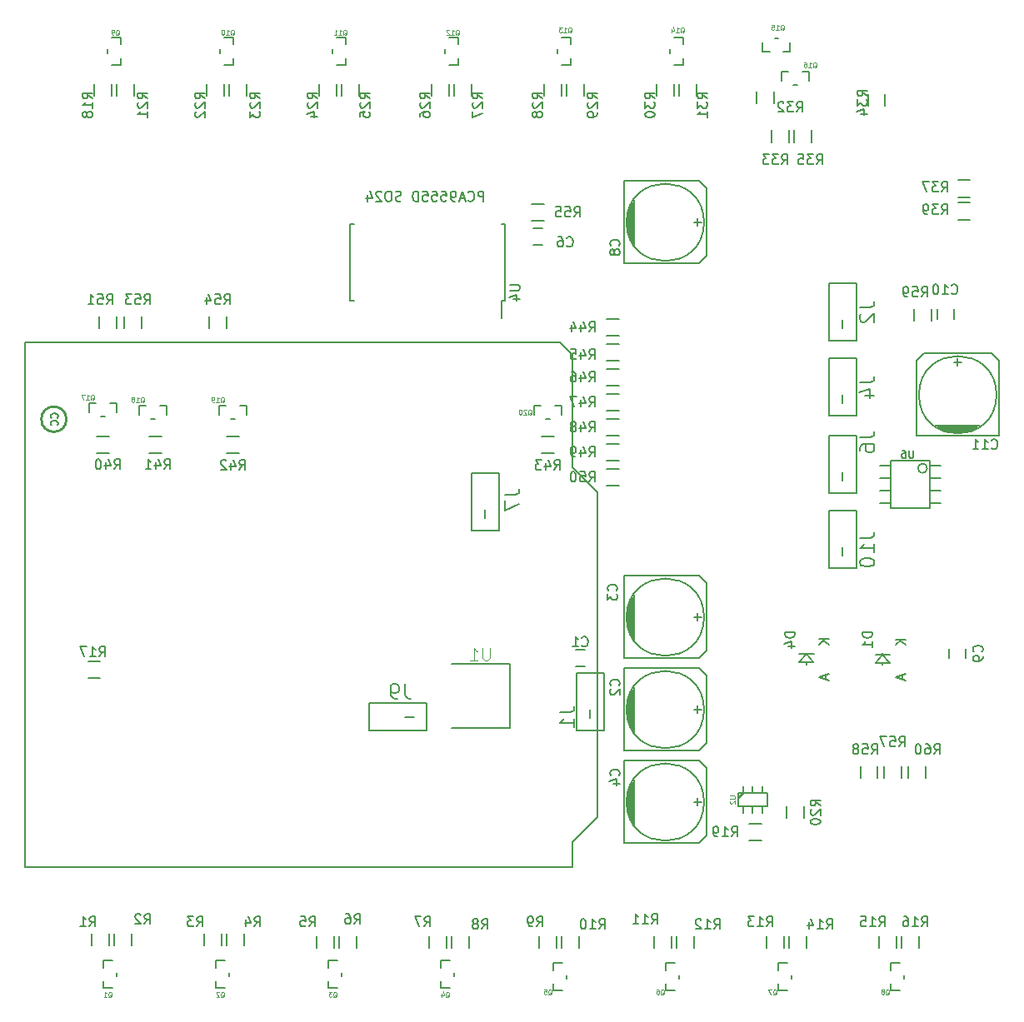
<source format=gbr>
G04 #@! TF.FileFunction,Legend,Bot*
%FSLAX46Y46*%
G04 Gerber Fmt 4.6, Leading zero omitted, Abs format (unit mm)*
G04 Created by KiCad (PCBNEW (2014-12-08 BZR 5317)-product) date sam. 06 juin 2015 11:44:28 CEST*
%MOMM*%
G01*
G04 APERTURE LIST*
%ADD10C,0.100000*%
%ADD11C,0.200000*%
%ADD12C,0.150000*%
%ADD13C,0.200660*%
%ADD14C,0.203200*%
%ADD15C,0.127000*%
%ADD16C,0.280000*%
%ADD17C,0.101600*%
%ADD18C,0.099060*%
%ADD19C,0.149860*%
%ADD20C,0.160000*%
G04 APERTURE END LIST*
D10*
D11*
X152654000Y-87376000D02*
X98298000Y-87376000D01*
X153924000Y-88646000D02*
X152654000Y-87376000D01*
X153924000Y-100076000D02*
X153924000Y-88646000D01*
X156464000Y-102616000D02*
X153924000Y-100076000D01*
X156464000Y-135636000D02*
X156464000Y-102616000D01*
X153924000Y-138176000D02*
X156464000Y-135636000D01*
X153924000Y-140716000D02*
X153924000Y-138176000D01*
X98298000Y-140716000D02*
X153924000Y-140716000D01*
X98298000Y-87376000D02*
X98298000Y-140716000D01*
D12*
X155702000Y-125603000D02*
X155702000Y-124714000D01*
X157099000Y-126873000D02*
X157099000Y-121031000D01*
X157099000Y-121031000D02*
X154305000Y-121031000D01*
X154305000Y-121031000D02*
X154305000Y-126873000D01*
X154305000Y-126873000D02*
X157099000Y-126873000D01*
X181356000Y-85979000D02*
X181356000Y-85090000D01*
X182753000Y-87249000D02*
X182753000Y-81407000D01*
X182753000Y-81407000D02*
X179959000Y-81407000D01*
X179959000Y-81407000D02*
X179959000Y-87249000D01*
X179959000Y-87249000D02*
X182753000Y-87249000D01*
X181356000Y-93599000D02*
X181356000Y-92710000D01*
X182753000Y-94869000D02*
X182753000Y-89027000D01*
X182753000Y-89027000D02*
X179959000Y-89027000D01*
X179959000Y-89027000D02*
X179959000Y-94869000D01*
X179959000Y-94869000D02*
X182753000Y-94869000D01*
X181356000Y-101473000D02*
X181356000Y-100584000D01*
X182753000Y-102743000D02*
X182753000Y-96901000D01*
X182753000Y-96901000D02*
X179959000Y-96901000D01*
X179959000Y-96901000D02*
X179959000Y-102743000D01*
X179959000Y-102743000D02*
X182753000Y-102743000D01*
X145034000Y-105283000D02*
X145034000Y-104394000D01*
X146431000Y-106553000D02*
X146431000Y-100711000D01*
X146431000Y-100711000D02*
X143637000Y-100711000D01*
X143637000Y-100711000D02*
X143637000Y-106553000D01*
X143637000Y-106553000D02*
X146431000Y-106553000D01*
X137795000Y-125476000D02*
X136906000Y-125476000D01*
X139065000Y-124079000D02*
X133223000Y-124079000D01*
X133223000Y-124079000D02*
X133223000Y-126873000D01*
X133223000Y-126873000D02*
X139065000Y-126873000D01*
X139065000Y-126873000D02*
X139065000Y-124079000D01*
D13*
X106664760Y-57985660D02*
X106664760Y-57584340D01*
X108016040Y-56385460D02*
X107066080Y-56385460D01*
X108016040Y-56385460D02*
X108016040Y-57083960D01*
X108016040Y-59184540D02*
X108016040Y-58486040D01*
X108016040Y-59184540D02*
X107066080Y-59184540D01*
D14*
X141579600Y-126593600D02*
X147574000Y-126593600D01*
X147574000Y-126593600D02*
X147574000Y-120040400D01*
X147574000Y-120040400D02*
X141579600Y-120040400D01*
D15*
X171361100Y-133159500D02*
X170713400Y-133807200D01*
X171208700Y-133159500D02*
X170713400Y-133654800D01*
X172212000Y-134556500D02*
X172212000Y-135216900D01*
X173164500Y-134556500D02*
X173164500Y-135216900D01*
X171259500Y-134556500D02*
X171259500Y-135216900D01*
X172212000Y-133159500D02*
X172212000Y-132499100D01*
X173164500Y-133159500D02*
X173164500Y-132499100D01*
X171259500Y-133159500D02*
X171259500Y-132499100D01*
X170713400Y-134556500D02*
X173710600Y-134556500D01*
X173710600Y-134556500D02*
X173710600Y-133159500D01*
X173710600Y-133159500D02*
X170713400Y-133159500D01*
X170713400Y-133159500D02*
X170713400Y-134556500D01*
D12*
X147067000Y-83123000D02*
X146702000Y-83123000D01*
X147067000Y-75373000D02*
X146702000Y-75373000D01*
X131317000Y-75373000D02*
X131682000Y-75373000D01*
X131317000Y-83123000D02*
X131682000Y-83123000D01*
X147067000Y-83123000D02*
X147067000Y-75373000D01*
X131317000Y-83123000D02*
X131317000Y-75373000D01*
X146702000Y-83123000D02*
X146702000Y-84948000D01*
D15*
X186232800Y-99441000D02*
X190195200Y-99441000D01*
X190195200Y-99441000D02*
X190195200Y-104267000D01*
X190195200Y-104267000D02*
X186232800Y-104267000D01*
X186232800Y-104267000D02*
X186232800Y-99441000D01*
X186232800Y-99949000D02*
X185140600Y-99949000D01*
X186232800Y-101219000D02*
X185140600Y-101219000D01*
X186232800Y-102489000D02*
X185140600Y-102489000D01*
X185140600Y-103759000D02*
X186232800Y-103759000D01*
X190195200Y-103759000D02*
X191287400Y-103759000D01*
X191287400Y-102489000D02*
X190195200Y-102489000D01*
X191287400Y-101219000D02*
X190195200Y-101219000D01*
X191287400Y-99949000D02*
X190195200Y-99949000D01*
X189931067Y-100177600D02*
G75*
G03X189931067Y-100177600I-472467J0D01*
G01*
D12*
X185420000Y-119134420D02*
X185420000Y-118984560D01*
X185420000Y-119982780D02*
X185420000Y-120183440D01*
X185420000Y-119134420D02*
X186169300Y-119134420D01*
X185420000Y-119134420D02*
X184718960Y-119134420D01*
X185420000Y-119134420D02*
X184718960Y-119982780D01*
X184718960Y-119982780D02*
X186121040Y-119982780D01*
X186121040Y-119982780D02*
X185420000Y-119134420D01*
X181356000Y-109093000D02*
X181356000Y-108204000D01*
X182753000Y-110363000D02*
X182753000Y-104521000D01*
X182753000Y-104521000D02*
X179959000Y-104521000D01*
X179959000Y-104521000D02*
X179959000Y-110363000D01*
X179959000Y-110363000D02*
X182753000Y-110363000D01*
D13*
X118094760Y-57985660D02*
X118094760Y-57584340D01*
X119446040Y-56385460D02*
X118496080Y-56385460D01*
X119446040Y-56385460D02*
X119446040Y-57083960D01*
X119446040Y-59184540D02*
X119446040Y-58486040D01*
X119446040Y-59184540D02*
X118496080Y-59184540D01*
X129524760Y-57985660D02*
X129524760Y-57584340D01*
X130876040Y-56385460D02*
X129926080Y-56385460D01*
X130876040Y-56385460D02*
X130876040Y-57083960D01*
X130876040Y-59184540D02*
X130876040Y-58486040D01*
X130876040Y-59184540D02*
X129926080Y-59184540D01*
X163814760Y-57985660D02*
X163814760Y-57584340D01*
X165166040Y-56385460D02*
X164216080Y-56385460D01*
X165166040Y-56385460D02*
X165166040Y-57083960D01*
X165166040Y-59184540D02*
X165166040Y-58486040D01*
X165166040Y-59184540D02*
X164216080Y-59184540D01*
X174424340Y-56499760D02*
X174825660Y-56499760D01*
X176024540Y-57851040D02*
X176024540Y-56901080D01*
X176024540Y-57851040D02*
X175326040Y-57851040D01*
X173225460Y-57851040D02*
X173923960Y-57851040D01*
X173225460Y-57851040D02*
X173225460Y-56901080D01*
X176730660Y-61229240D02*
X176329340Y-61229240D01*
X175130460Y-59877960D02*
X175130460Y-60827920D01*
X175130460Y-59877960D02*
X175828960Y-59877960D01*
X177929540Y-59877960D02*
X177231040Y-59877960D01*
X177929540Y-59877960D02*
X177929540Y-60827920D01*
X151584660Y-95138240D02*
X151183340Y-95138240D01*
X149984460Y-93786960D02*
X149984460Y-94736920D01*
X149984460Y-93786960D02*
X150682960Y-93786960D01*
X152783540Y-93786960D02*
X152085040Y-93786960D01*
X152783540Y-93786960D02*
X152783540Y-94736920D01*
X119580660Y-95138240D02*
X119179340Y-95138240D01*
X117980460Y-93786960D02*
X117980460Y-94736920D01*
X117980460Y-93786960D02*
X118678960Y-93786960D01*
X120779540Y-93786960D02*
X120081040Y-93786960D01*
X120779540Y-93786960D02*
X120779540Y-94736920D01*
X111452660Y-95138240D02*
X111051340Y-95138240D01*
X109852460Y-93786960D02*
X109852460Y-94736920D01*
X109852460Y-93786960D02*
X110550960Y-93786960D01*
X112651540Y-93786960D02*
X111953040Y-93786960D01*
X112651540Y-93786960D02*
X112651540Y-94736920D01*
X106372660Y-94884240D02*
X105971340Y-94884240D01*
X104772460Y-93532960D02*
X104772460Y-94482920D01*
X104772460Y-93532960D02*
X105470960Y-93532960D01*
X107571540Y-93532960D02*
X106873040Y-93532960D01*
X107571540Y-93532960D02*
X107571540Y-94482920D01*
X107584240Y-151437340D02*
X107584240Y-151838660D01*
X106232960Y-153037540D02*
X107182920Y-153037540D01*
X106232960Y-153037540D02*
X106232960Y-152339040D01*
X106232960Y-150238460D02*
X106232960Y-150936960D01*
X106232960Y-150238460D02*
X107182920Y-150238460D01*
X119014240Y-151437340D02*
X119014240Y-151838660D01*
X117662960Y-153037540D02*
X118612920Y-153037540D01*
X117662960Y-153037540D02*
X117662960Y-152339040D01*
X117662960Y-150238460D02*
X117662960Y-150936960D01*
X117662960Y-150238460D02*
X118612920Y-150238460D01*
X130444240Y-151437340D02*
X130444240Y-151838660D01*
X129092960Y-153037540D02*
X130042920Y-153037540D01*
X129092960Y-153037540D02*
X129092960Y-152339040D01*
X129092960Y-150238460D02*
X129092960Y-150936960D01*
X129092960Y-150238460D02*
X130042920Y-150238460D01*
X141874240Y-151437340D02*
X141874240Y-151838660D01*
X140522960Y-153037540D02*
X141472920Y-153037540D01*
X140522960Y-153037540D02*
X140522960Y-152339040D01*
X140522960Y-150238460D02*
X140522960Y-150936960D01*
X140522960Y-150238460D02*
X141472920Y-150238460D01*
X153304240Y-151691340D02*
X153304240Y-152092660D01*
X151952960Y-153291540D02*
X152902920Y-153291540D01*
X151952960Y-153291540D02*
X151952960Y-152593040D01*
X151952960Y-150492460D02*
X151952960Y-151190960D01*
X151952960Y-150492460D02*
X152902920Y-150492460D01*
X164734240Y-151691340D02*
X164734240Y-152092660D01*
X163382960Y-153291540D02*
X164332920Y-153291540D01*
X163382960Y-153291540D02*
X163382960Y-152593040D01*
X163382960Y-150492460D02*
X163382960Y-151190960D01*
X163382960Y-150492460D02*
X164332920Y-150492460D01*
X176164240Y-151691340D02*
X176164240Y-152092660D01*
X174812960Y-153291540D02*
X175762920Y-153291540D01*
X174812960Y-153291540D02*
X174812960Y-152593040D01*
X174812960Y-150492460D02*
X174812960Y-151190960D01*
X174812960Y-150492460D02*
X175762920Y-150492460D01*
X187594240Y-151691340D02*
X187594240Y-152092660D01*
X186242960Y-153291540D02*
X187192920Y-153291540D01*
X186242960Y-153291540D02*
X186242960Y-152593040D01*
X186242960Y-150492460D02*
X186242960Y-151190960D01*
X186242960Y-150492460D02*
X187192920Y-150492460D01*
X152384760Y-57985660D02*
X152384760Y-57584340D01*
X153736040Y-56385460D02*
X152786080Y-56385460D01*
X153736040Y-56385460D02*
X153736040Y-57083960D01*
X153736040Y-59184540D02*
X153736040Y-58486040D01*
X153736040Y-59184540D02*
X152786080Y-59184540D01*
X140954760Y-57985660D02*
X140954760Y-57584340D01*
X142306040Y-56385460D02*
X141356080Y-56385460D01*
X142306040Y-56385460D02*
X142306040Y-57083960D01*
X142306040Y-59184540D02*
X142306040Y-58486040D01*
X142306040Y-59184540D02*
X141356080Y-59184540D01*
D12*
X159512000Y-125730000D02*
X159512000Y-123698000D01*
X159639000Y-123317000D02*
X159639000Y-126111000D01*
X159766000Y-126365000D02*
X159766000Y-123063000D01*
X159893000Y-122809000D02*
X159893000Y-126619000D01*
X160020000Y-122682000D02*
X160020000Y-126746000D01*
X160147000Y-127000000D02*
X160147000Y-122428000D01*
X167259000Y-124714000D02*
G75*
G03X167259000Y-124714000I-3937000J0D01*
G01*
X159131000Y-128905000D02*
X159131000Y-120523000D01*
X159131000Y-120523000D02*
X166751000Y-120523000D01*
X166751000Y-120523000D02*
X167513000Y-121285000D01*
X167513000Y-121285000D02*
X167513000Y-128143000D01*
X167513000Y-128143000D02*
X166751000Y-128905000D01*
X166751000Y-128905000D02*
X159131000Y-128905000D01*
X167005000Y-124714000D02*
X166243000Y-124714000D01*
X166624000Y-125095000D02*
X166624000Y-124333000D01*
X159512000Y-116332000D02*
X159512000Y-114300000D01*
X159639000Y-113919000D02*
X159639000Y-116713000D01*
X159766000Y-116967000D02*
X159766000Y-113665000D01*
X159893000Y-113411000D02*
X159893000Y-117221000D01*
X160020000Y-113284000D02*
X160020000Y-117348000D01*
X160147000Y-117602000D02*
X160147000Y-113030000D01*
X167259000Y-115316000D02*
G75*
G03X167259000Y-115316000I-3937000J0D01*
G01*
X159131000Y-119507000D02*
X159131000Y-111125000D01*
X159131000Y-111125000D02*
X166751000Y-111125000D01*
X166751000Y-111125000D02*
X167513000Y-111887000D01*
X167513000Y-111887000D02*
X167513000Y-118745000D01*
X167513000Y-118745000D02*
X166751000Y-119507000D01*
X166751000Y-119507000D02*
X159131000Y-119507000D01*
X167005000Y-115316000D02*
X166243000Y-115316000D01*
X166624000Y-115697000D02*
X166624000Y-114935000D01*
X159512000Y-135128000D02*
X159512000Y-133096000D01*
X159639000Y-132715000D02*
X159639000Y-135509000D01*
X159766000Y-135763000D02*
X159766000Y-132461000D01*
X159893000Y-132207000D02*
X159893000Y-136017000D01*
X160020000Y-132080000D02*
X160020000Y-136144000D01*
X160147000Y-136398000D02*
X160147000Y-131826000D01*
X167259000Y-134112000D02*
G75*
G03X167259000Y-134112000I-3937000J0D01*
G01*
X159131000Y-138303000D02*
X159131000Y-129921000D01*
X159131000Y-129921000D02*
X166751000Y-129921000D01*
X166751000Y-129921000D02*
X167513000Y-130683000D01*
X167513000Y-130683000D02*
X167513000Y-137541000D01*
X167513000Y-137541000D02*
X166751000Y-138303000D01*
X166751000Y-138303000D02*
X159131000Y-138303000D01*
X167005000Y-134112000D02*
X166243000Y-134112000D01*
X166624000Y-134493000D02*
X166624000Y-133731000D01*
X159512000Y-76200000D02*
X159512000Y-74168000D01*
X159639000Y-73787000D02*
X159639000Y-76581000D01*
X159766000Y-76835000D02*
X159766000Y-73533000D01*
X159893000Y-73279000D02*
X159893000Y-77089000D01*
X160020000Y-73152000D02*
X160020000Y-77216000D01*
X160147000Y-77470000D02*
X160147000Y-72898000D01*
X167259000Y-75184000D02*
G75*
G03X167259000Y-75184000I-3937000J0D01*
G01*
X159131000Y-79375000D02*
X159131000Y-70993000D01*
X159131000Y-70993000D02*
X166751000Y-70993000D01*
X166751000Y-70993000D02*
X167513000Y-71755000D01*
X167513000Y-71755000D02*
X167513000Y-78613000D01*
X167513000Y-78613000D02*
X166751000Y-79375000D01*
X166751000Y-79375000D02*
X159131000Y-79375000D01*
X167005000Y-75184000D02*
X166243000Y-75184000D01*
X166624000Y-75565000D02*
X166624000Y-74803000D01*
X194056000Y-96520000D02*
X192024000Y-96520000D01*
X191643000Y-96393000D02*
X194437000Y-96393000D01*
X194691000Y-96266000D02*
X191389000Y-96266000D01*
X191135000Y-96139000D02*
X194945000Y-96139000D01*
X191008000Y-96012000D02*
X195072000Y-96012000D01*
X195326000Y-95885000D02*
X190754000Y-95885000D01*
X196977000Y-92710000D02*
G75*
G03X196977000Y-92710000I-3937000J0D01*
G01*
X197231000Y-96901000D02*
X188849000Y-96901000D01*
X188849000Y-96901000D02*
X188849000Y-89281000D01*
X188849000Y-89281000D02*
X189611000Y-88519000D01*
X189611000Y-88519000D02*
X196469000Y-88519000D01*
X196469000Y-88519000D02*
X197231000Y-89281000D01*
X197231000Y-89281000D02*
X197231000Y-96901000D01*
X193040000Y-89027000D02*
X193040000Y-89789000D01*
X193421000Y-89408000D02*
X192659000Y-89408000D01*
D16*
X102468600Y-95199200D02*
G75*
G03X102468600Y-95199200I-1275000J0D01*
G01*
D12*
X177647600Y-119083620D02*
X177647600Y-118933760D01*
X177647600Y-119931980D02*
X177647600Y-120132640D01*
X177647600Y-119083620D02*
X178396900Y-119083620D01*
X177647600Y-119083620D02*
X176946560Y-119083620D01*
X177647600Y-119083620D02*
X176946560Y-119931980D01*
X176946560Y-119931980D02*
X178348640Y-119931980D01*
X178348640Y-119931980D02*
X177647600Y-119083620D01*
X155186000Y-120357000D02*
X154186000Y-120357000D01*
X154186000Y-118657000D02*
X155186000Y-118657000D01*
X149868000Y-75756400D02*
X150868000Y-75756400D01*
X150868000Y-77456400D02*
X149868000Y-77456400D01*
X193890000Y-118499000D02*
X193890000Y-119499000D01*
X192190000Y-119499000D02*
X192190000Y-118499000D01*
X190996200Y-84993100D02*
X190996200Y-83993100D01*
X192696200Y-83993100D02*
X192696200Y-84993100D01*
X106793000Y-148682000D02*
X106793000Y-147482000D01*
X105043000Y-147482000D02*
X105043000Y-148682000D01*
X109079000Y-148682000D02*
X109079000Y-147482000D01*
X107329000Y-147482000D02*
X107329000Y-148682000D01*
X118223000Y-148682000D02*
X118223000Y-147482000D01*
X116473000Y-147482000D02*
X116473000Y-148682000D01*
X120509000Y-148682000D02*
X120509000Y-147482000D01*
X118759000Y-147482000D02*
X118759000Y-148682000D01*
X129653000Y-148936000D02*
X129653000Y-147736000D01*
X127903000Y-147736000D02*
X127903000Y-148936000D01*
X131939000Y-148936000D02*
X131939000Y-147736000D01*
X130189000Y-147736000D02*
X130189000Y-148936000D01*
X141083000Y-148936000D02*
X141083000Y-147736000D01*
X139333000Y-147736000D02*
X139333000Y-148936000D01*
X143369000Y-148936000D02*
X143369000Y-147736000D01*
X141619000Y-147736000D02*
X141619000Y-148936000D01*
X152259000Y-148936000D02*
X152259000Y-147736000D01*
X150509000Y-147736000D02*
X150509000Y-148936000D01*
X154545000Y-148936000D02*
X154545000Y-147736000D01*
X152795000Y-147736000D02*
X152795000Y-148936000D01*
X163943000Y-148936000D02*
X163943000Y-147736000D01*
X162193000Y-147736000D02*
X162193000Y-148936000D01*
X166229000Y-148936000D02*
X166229000Y-147736000D01*
X164479000Y-147736000D02*
X164479000Y-148936000D01*
X175373000Y-148936000D02*
X175373000Y-147736000D01*
X173623000Y-147736000D02*
X173623000Y-148936000D01*
X177659000Y-148936000D02*
X177659000Y-147736000D01*
X175909000Y-147736000D02*
X175909000Y-148936000D01*
X186803000Y-148936000D02*
X186803000Y-147736000D01*
X185053000Y-147736000D02*
X185053000Y-148936000D01*
X189089000Y-148936000D02*
X189089000Y-147736000D01*
X187339000Y-147736000D02*
X187339000Y-148936000D01*
X105883000Y-119775000D02*
X104683000Y-119775000D01*
X104683000Y-121525000D02*
X105883000Y-121525000D01*
X105297000Y-61122000D02*
X105297000Y-62322000D01*
X107047000Y-62322000D02*
X107047000Y-61122000D01*
X173066000Y-136285000D02*
X171866000Y-136285000D01*
X171866000Y-138035000D02*
X173066000Y-138035000D01*
X175655000Y-134528000D02*
X175655000Y-135728000D01*
X177405000Y-135728000D02*
X177405000Y-134528000D01*
X107583000Y-61122000D02*
X107583000Y-62322000D01*
X109333000Y-62322000D02*
X109333000Y-61122000D01*
X116727000Y-61122000D02*
X116727000Y-62322000D01*
X118477000Y-62322000D02*
X118477000Y-61122000D01*
X119013000Y-61122000D02*
X119013000Y-62322000D01*
X120763000Y-62322000D02*
X120763000Y-61122000D01*
X128157000Y-61122000D02*
X128157000Y-62322000D01*
X129907000Y-62322000D02*
X129907000Y-61122000D01*
X130443000Y-61122000D02*
X130443000Y-62322000D01*
X132193000Y-62322000D02*
X132193000Y-61122000D01*
X139587000Y-61122000D02*
X139587000Y-62322000D01*
X141337000Y-62322000D02*
X141337000Y-61122000D01*
X141873000Y-61122000D02*
X141873000Y-62322000D01*
X143623000Y-62322000D02*
X143623000Y-61122000D01*
X151017000Y-61122000D02*
X151017000Y-62322000D01*
X152767000Y-62322000D02*
X152767000Y-61122000D01*
X153303000Y-61122000D02*
X153303000Y-62322000D01*
X155053000Y-62322000D02*
X155053000Y-61122000D01*
X162447000Y-61122000D02*
X162447000Y-62322000D01*
X164197000Y-62322000D02*
X164197000Y-61122000D01*
X164733000Y-61122000D02*
X164733000Y-62322000D01*
X166483000Y-62322000D02*
X166483000Y-61122000D01*
X172607000Y-61884000D02*
X172607000Y-63084000D01*
X174357000Y-63084000D02*
X174357000Y-61884000D01*
X174131000Y-65821000D02*
X174131000Y-67021000D01*
X175881000Y-67021000D02*
X175881000Y-65821000D01*
X183910000Y-62112600D02*
X183910000Y-63312600D01*
X185660000Y-63312600D02*
X185660000Y-62112600D01*
X176417000Y-65821000D02*
X176417000Y-67021000D01*
X178167000Y-67021000D02*
X178167000Y-65821000D01*
X194275000Y-70880000D02*
X193075000Y-70880000D01*
X193075000Y-72630000D02*
X194275000Y-72630000D01*
X194275000Y-73166000D02*
X193075000Y-73166000D01*
X193075000Y-74916000D02*
X194275000Y-74916000D01*
X106772000Y-96915000D02*
X105572000Y-96915000D01*
X105572000Y-98665000D02*
X106772000Y-98665000D01*
X112106000Y-96915000D02*
X110906000Y-96915000D01*
X110906000Y-98665000D02*
X112106000Y-98665000D01*
X119980000Y-96915000D02*
X118780000Y-96915000D01*
X118780000Y-98665000D02*
X119980000Y-98665000D01*
X151984000Y-96915000D02*
X150784000Y-96915000D01*
X150784000Y-98665000D02*
X151984000Y-98665000D01*
X157388000Y-86727000D02*
X158588000Y-86727000D01*
X158588000Y-84977000D02*
X157388000Y-84977000D01*
X157388000Y-89267000D02*
X158588000Y-89267000D01*
X158588000Y-87517000D02*
X157388000Y-87517000D01*
X157388000Y-91807000D02*
X158588000Y-91807000D01*
X158588000Y-90057000D02*
X157388000Y-90057000D01*
X157388000Y-94347000D02*
X158588000Y-94347000D01*
X158588000Y-92597000D02*
X157388000Y-92597000D01*
X157388000Y-96887000D02*
X158588000Y-96887000D01*
X158588000Y-95137000D02*
X157388000Y-95137000D01*
X157388000Y-99427000D02*
X158588000Y-99427000D01*
X158588000Y-97677000D02*
X157388000Y-97677000D01*
X157388000Y-101967000D02*
X158588000Y-101967000D01*
X158588000Y-100217000D02*
X157388000Y-100217000D01*
X105805000Y-84744000D02*
X105805000Y-85944000D01*
X107555000Y-85944000D02*
X107555000Y-84744000D01*
X108345000Y-84744000D02*
X108345000Y-85944000D01*
X110095000Y-85944000D02*
X110095000Y-84744000D01*
X116981000Y-84744000D02*
X116981000Y-85944000D01*
X118731000Y-85944000D02*
X118731000Y-84744000D01*
X149768000Y-75043000D02*
X150968000Y-75043000D01*
X150968000Y-73293000D02*
X149768000Y-73293000D01*
X183148000Y-130464000D02*
X183148000Y-131664000D01*
X184898000Y-131664000D02*
X184898000Y-130464000D01*
X187311000Y-131664000D02*
X187311000Y-130464000D01*
X185561000Y-130464000D02*
X185561000Y-131664000D01*
X190359000Y-85182000D02*
X190359000Y-83982000D01*
X188609000Y-83982000D02*
X188609000Y-85182000D01*
X189749400Y-131651300D02*
X189749400Y-130451300D01*
X187999400Y-130451300D02*
X187999400Y-131651300D01*
X152594571Y-124976000D02*
X153666000Y-124976000D01*
X153880286Y-124904572D01*
X154023143Y-124761715D01*
X154094571Y-124547429D01*
X154094571Y-124404572D01*
X154094571Y-126476000D02*
X154094571Y-125618857D01*
X154094571Y-126047429D02*
X152594571Y-126047429D01*
X152808857Y-125904572D01*
X152951714Y-125761714D01*
X153023143Y-125618857D01*
X183074571Y-83828000D02*
X184146000Y-83828000D01*
X184360286Y-83756572D01*
X184503143Y-83613715D01*
X184574571Y-83399429D01*
X184574571Y-83256572D01*
X183217429Y-84470857D02*
X183146000Y-84542286D01*
X183074571Y-84685143D01*
X183074571Y-85042286D01*
X183146000Y-85185143D01*
X183217429Y-85256572D01*
X183360286Y-85328000D01*
X183503143Y-85328000D01*
X183717429Y-85256572D01*
X184574571Y-84399429D01*
X184574571Y-85328000D01*
X183074571Y-91448000D02*
X184146000Y-91448000D01*
X184360286Y-91376572D01*
X184503143Y-91233715D01*
X184574571Y-91019429D01*
X184574571Y-90876572D01*
X183574571Y-92805143D02*
X184574571Y-92805143D01*
X183003143Y-92448000D02*
X184074571Y-92090857D01*
X184074571Y-93019429D01*
X183074571Y-97036000D02*
X184146000Y-97036000D01*
X184360286Y-96964572D01*
X184503143Y-96821715D01*
X184574571Y-96607429D01*
X184574571Y-96464572D01*
X183074571Y-98393143D02*
X183074571Y-98107429D01*
X183146000Y-97964572D01*
X183217429Y-97893143D01*
X183431714Y-97750286D01*
X183717429Y-97678857D01*
X184288857Y-97678857D01*
X184431714Y-97750286D01*
X184503143Y-97821714D01*
X184574571Y-97964572D01*
X184574571Y-98250286D01*
X184503143Y-98393143D01*
X184431714Y-98464572D01*
X184288857Y-98536000D01*
X183931714Y-98536000D01*
X183788857Y-98464572D01*
X183717429Y-98393143D01*
X183646000Y-98250286D01*
X183646000Y-97964572D01*
X183717429Y-97821714D01*
X183788857Y-97750286D01*
X183931714Y-97678857D01*
X147006571Y-102878000D02*
X148078000Y-102878000D01*
X148292286Y-102806572D01*
X148435143Y-102663715D01*
X148506571Y-102449429D01*
X148506571Y-102306572D01*
X147006571Y-103449429D02*
X147006571Y-104449429D01*
X148506571Y-103806572D01*
X136898000Y-122114571D02*
X136898000Y-123186000D01*
X136969428Y-123400286D01*
X137112285Y-123543143D01*
X137326571Y-123614571D01*
X137469428Y-123614571D01*
X136112286Y-123614571D02*
X135826571Y-123614571D01*
X135683714Y-123543143D01*
X135612286Y-123471714D01*
X135469428Y-123257429D01*
X135398000Y-122971714D01*
X135398000Y-122400286D01*
X135469428Y-122257429D01*
X135540857Y-122186000D01*
X135683714Y-122114571D01*
X135969428Y-122114571D01*
X136112286Y-122186000D01*
X136183714Y-122257429D01*
X136255143Y-122400286D01*
X136255143Y-122757429D01*
X136183714Y-122900286D01*
X136112286Y-122971714D01*
X135969428Y-123043143D01*
X135683714Y-123043143D01*
X135540857Y-122971714D01*
X135469428Y-122900286D01*
X135398000Y-122757429D01*
D10*
X107489619Y-56153810D02*
X107537238Y-56130000D01*
X107584857Y-56082381D01*
X107656286Y-56010952D01*
X107703905Y-55987143D01*
X107751524Y-55987143D01*
X107727714Y-56106190D02*
X107775333Y-56082381D01*
X107822952Y-56034762D01*
X107846762Y-55939524D01*
X107846762Y-55772857D01*
X107822952Y-55677619D01*
X107775333Y-55630000D01*
X107727714Y-55606190D01*
X107632476Y-55606190D01*
X107584857Y-55630000D01*
X107537238Y-55677619D01*
X107513429Y-55772857D01*
X107513429Y-55939524D01*
X107537238Y-56034762D01*
X107584857Y-56082381D01*
X107632476Y-56106190D01*
X107727714Y-56106190D01*
X107275333Y-56106190D02*
X107180095Y-56106190D01*
X107132476Y-56082381D01*
X107108666Y-56058571D01*
X107061047Y-55987143D01*
X107037238Y-55891905D01*
X107037238Y-55701429D01*
X107061047Y-55653810D01*
X107084857Y-55630000D01*
X107132476Y-55606190D01*
X107227714Y-55606190D01*
X107275333Y-55630000D01*
X107299142Y-55653810D01*
X107322952Y-55701429D01*
X107322952Y-55820476D01*
X107299142Y-55868095D01*
X107275333Y-55891905D01*
X107227714Y-55915714D01*
X107132476Y-55915714D01*
X107084857Y-55891905D01*
X107061047Y-55868095D01*
X107037238Y-55820476D01*
D17*
X145493619Y-118430524D02*
X145493619Y-119458619D01*
X145433143Y-119579571D01*
X145372667Y-119640048D01*
X145251714Y-119700524D01*
X145009810Y-119700524D01*
X144888857Y-119640048D01*
X144828381Y-119579571D01*
X144767905Y-119458619D01*
X144767905Y-118430524D01*
X143497905Y-119700524D02*
X144223619Y-119700524D01*
X143860762Y-119700524D02*
X143860762Y-118430524D01*
X143981714Y-118611952D01*
X144102667Y-118732905D01*
X144223619Y-118793381D01*
D18*
X169905982Y-133476758D02*
X170311052Y-133476758D01*
X170358707Y-133500586D01*
X170382535Y-133524413D01*
X170406362Y-133572069D01*
X170406362Y-133667379D01*
X170382535Y-133715034D01*
X170358707Y-133738862D01*
X170311052Y-133762690D01*
X169905982Y-133762690D01*
X169953638Y-133977138D02*
X169929810Y-134000966D01*
X169905982Y-134048621D01*
X169905982Y-134167759D01*
X169929810Y-134215415D01*
X169953638Y-134239242D01*
X170001293Y-134263070D01*
X170048948Y-134263070D01*
X170120431Y-134239242D01*
X170406362Y-133953311D01*
X170406362Y-134263070D01*
D12*
X147534381Y-81534095D02*
X148343905Y-81534095D01*
X148439143Y-81581714D01*
X148486762Y-81629333D01*
X148534381Y-81724571D01*
X148534381Y-81915048D01*
X148486762Y-82010286D01*
X148439143Y-82057905D01*
X148343905Y-82105524D01*
X147534381Y-82105524D01*
X147867714Y-83010286D02*
X148534381Y-83010286D01*
X147486762Y-82772190D02*
X148201048Y-82534095D01*
X148201048Y-83153143D01*
X144866572Y-73032881D02*
X144866572Y-72032881D01*
X144485619Y-72032881D01*
X144390381Y-72080500D01*
X144342762Y-72128119D01*
X144295143Y-72223357D01*
X144295143Y-72366214D01*
X144342762Y-72461452D01*
X144390381Y-72509071D01*
X144485619Y-72556690D01*
X144866572Y-72556690D01*
X143295143Y-72937643D02*
X143342762Y-72985262D01*
X143485619Y-73032881D01*
X143580857Y-73032881D01*
X143723715Y-72985262D01*
X143818953Y-72890024D01*
X143866572Y-72794786D01*
X143914191Y-72604310D01*
X143914191Y-72461452D01*
X143866572Y-72270976D01*
X143818953Y-72175738D01*
X143723715Y-72080500D01*
X143580857Y-72032881D01*
X143485619Y-72032881D01*
X143342762Y-72080500D01*
X143295143Y-72128119D01*
X142914191Y-72747167D02*
X142438000Y-72747167D01*
X143009429Y-73032881D02*
X142676096Y-72032881D01*
X142342762Y-73032881D01*
X141961810Y-73032881D02*
X141771334Y-73032881D01*
X141676095Y-72985262D01*
X141628476Y-72937643D01*
X141533238Y-72794786D01*
X141485619Y-72604310D01*
X141485619Y-72223357D01*
X141533238Y-72128119D01*
X141580857Y-72080500D01*
X141676095Y-72032881D01*
X141866572Y-72032881D01*
X141961810Y-72080500D01*
X142009429Y-72128119D01*
X142057048Y-72223357D01*
X142057048Y-72461452D01*
X142009429Y-72556690D01*
X141961810Y-72604310D01*
X141866572Y-72651929D01*
X141676095Y-72651929D01*
X141580857Y-72604310D01*
X141533238Y-72556690D01*
X141485619Y-72461452D01*
X140580857Y-72032881D02*
X141057048Y-72032881D01*
X141104667Y-72509071D01*
X141057048Y-72461452D01*
X140961810Y-72413833D01*
X140723714Y-72413833D01*
X140628476Y-72461452D01*
X140580857Y-72509071D01*
X140533238Y-72604310D01*
X140533238Y-72842405D01*
X140580857Y-72937643D01*
X140628476Y-72985262D01*
X140723714Y-73032881D01*
X140961810Y-73032881D01*
X141057048Y-72985262D01*
X141104667Y-72937643D01*
X139628476Y-72032881D02*
X140104667Y-72032881D01*
X140152286Y-72509071D01*
X140104667Y-72461452D01*
X140009429Y-72413833D01*
X139771333Y-72413833D01*
X139676095Y-72461452D01*
X139628476Y-72509071D01*
X139580857Y-72604310D01*
X139580857Y-72842405D01*
X139628476Y-72937643D01*
X139676095Y-72985262D01*
X139771333Y-73032881D01*
X140009429Y-73032881D01*
X140104667Y-72985262D01*
X140152286Y-72937643D01*
X138676095Y-72032881D02*
X139152286Y-72032881D01*
X139199905Y-72509071D01*
X139152286Y-72461452D01*
X139057048Y-72413833D01*
X138818952Y-72413833D01*
X138723714Y-72461452D01*
X138676095Y-72509071D01*
X138628476Y-72604310D01*
X138628476Y-72842405D01*
X138676095Y-72937643D01*
X138723714Y-72985262D01*
X138818952Y-73032881D01*
X139057048Y-73032881D01*
X139152286Y-72985262D01*
X139199905Y-72937643D01*
X138199905Y-73032881D02*
X138199905Y-72032881D01*
X137961810Y-72032881D01*
X137818952Y-72080500D01*
X137723714Y-72175738D01*
X137676095Y-72270976D01*
X137628476Y-72461452D01*
X137628476Y-72604310D01*
X137676095Y-72794786D01*
X137723714Y-72890024D01*
X137818952Y-72985262D01*
X137961810Y-73032881D01*
X138199905Y-73032881D01*
X136485619Y-72985262D02*
X136342762Y-73032881D01*
X136104666Y-73032881D01*
X136009428Y-72985262D01*
X135961809Y-72937643D01*
X135914190Y-72842405D01*
X135914190Y-72747167D01*
X135961809Y-72651929D01*
X136009428Y-72604310D01*
X136104666Y-72556690D01*
X136295143Y-72509071D01*
X136390381Y-72461452D01*
X136438000Y-72413833D01*
X136485619Y-72318595D01*
X136485619Y-72223357D01*
X136438000Y-72128119D01*
X136390381Y-72080500D01*
X136295143Y-72032881D01*
X136057047Y-72032881D01*
X135914190Y-72080500D01*
X135295143Y-72032881D02*
X135104666Y-72032881D01*
X135009428Y-72080500D01*
X134914190Y-72175738D01*
X134866571Y-72366214D01*
X134866571Y-72699548D01*
X134914190Y-72890024D01*
X135009428Y-72985262D01*
X135104666Y-73032881D01*
X135295143Y-73032881D01*
X135390381Y-72985262D01*
X135485619Y-72890024D01*
X135533238Y-72699548D01*
X135533238Y-72366214D01*
X135485619Y-72175738D01*
X135390381Y-72080500D01*
X135295143Y-72032881D01*
X134485619Y-72128119D02*
X134438000Y-72080500D01*
X134342762Y-72032881D01*
X134104666Y-72032881D01*
X134009428Y-72080500D01*
X133961809Y-72128119D01*
X133914190Y-72223357D01*
X133914190Y-72318595D01*
X133961809Y-72461452D01*
X134533238Y-73032881D01*
X133914190Y-73032881D01*
X133057047Y-72366214D02*
X133057047Y-73032881D01*
X133295143Y-71985262D02*
X133533238Y-72699548D01*
X132914190Y-72699548D01*
D19*
X188530895Y-98395669D02*
X188530895Y-99002245D01*
X188495214Y-99073607D01*
X188459533Y-99109288D01*
X188388171Y-99144969D01*
X188245448Y-99144969D01*
X188174086Y-99109288D01*
X188138405Y-99073607D01*
X188102724Y-99002245D01*
X188102724Y-98395669D01*
X187424786Y-98395669D02*
X187567509Y-98395669D01*
X187638871Y-98431350D01*
X187674552Y-98467031D01*
X187745914Y-98574074D01*
X187781595Y-98716798D01*
X187781595Y-99002245D01*
X187745914Y-99073607D01*
X187710233Y-99109288D01*
X187638871Y-99144969D01*
X187496148Y-99144969D01*
X187424786Y-99109288D01*
X187389105Y-99073607D01*
X187353424Y-99002245D01*
X187353424Y-98823840D01*
X187389105Y-98752479D01*
X187424786Y-98716798D01*
X187496148Y-98681117D01*
X187638871Y-98681117D01*
X187710233Y-98716798D01*
X187745914Y-98752479D01*
X187781595Y-98823840D01*
D12*
X184348381Y-116863905D02*
X183348381Y-116863905D01*
X183348381Y-117102000D01*
X183396000Y-117244858D01*
X183491238Y-117340096D01*
X183586476Y-117387715D01*
X183776952Y-117435334D01*
X183919810Y-117435334D01*
X184110286Y-117387715D01*
X184205524Y-117340096D01*
X184300762Y-117244858D01*
X184348381Y-117102000D01*
X184348381Y-116863905D01*
X184348381Y-118387715D02*
X184348381Y-117816286D01*
X184348381Y-118102000D02*
X183348381Y-118102000D01*
X183491238Y-118006762D01*
X183586476Y-117911524D01*
X183634095Y-117816286D01*
X187722381Y-117572095D02*
X186722381Y-117572095D01*
X187722381Y-118143524D02*
X187150952Y-117714952D01*
X186722381Y-118143524D02*
X187293810Y-117572095D01*
X187436667Y-121195905D02*
X187436667Y-121672096D01*
X187722381Y-121100667D02*
X186722381Y-121434000D01*
X187722381Y-121767334D01*
X183074571Y-107243715D02*
X184146000Y-107243715D01*
X184360286Y-107172287D01*
X184503143Y-107029430D01*
X184574571Y-106815144D01*
X184574571Y-106672287D01*
X184574571Y-108743715D02*
X184574571Y-107886572D01*
X184574571Y-108315144D02*
X183074571Y-108315144D01*
X183288857Y-108172287D01*
X183431714Y-108029429D01*
X183503143Y-107886572D01*
X183074571Y-109672286D02*
X183074571Y-109815143D01*
X183146000Y-109958000D01*
X183217429Y-110029429D01*
X183360286Y-110100858D01*
X183646000Y-110172286D01*
X184003143Y-110172286D01*
X184288857Y-110100858D01*
X184431714Y-110029429D01*
X184503143Y-109958000D01*
X184574571Y-109815143D01*
X184574571Y-109672286D01*
X184503143Y-109529429D01*
X184431714Y-109458000D01*
X184288857Y-109386572D01*
X184003143Y-109315143D01*
X183646000Y-109315143D01*
X183360286Y-109386572D01*
X183217429Y-109458000D01*
X183146000Y-109529429D01*
X183074571Y-109672286D01*
D10*
X119157714Y-56153810D02*
X119205333Y-56130000D01*
X119252952Y-56082381D01*
X119324381Y-56010952D01*
X119372000Y-55987143D01*
X119419619Y-55987143D01*
X119395809Y-56106190D02*
X119443428Y-56082381D01*
X119491047Y-56034762D01*
X119514857Y-55939524D01*
X119514857Y-55772857D01*
X119491047Y-55677619D01*
X119443428Y-55630000D01*
X119395809Y-55606190D01*
X119300571Y-55606190D01*
X119252952Y-55630000D01*
X119205333Y-55677619D01*
X119181524Y-55772857D01*
X119181524Y-55939524D01*
X119205333Y-56034762D01*
X119252952Y-56082381D01*
X119300571Y-56106190D01*
X119395809Y-56106190D01*
X118705333Y-56106190D02*
X118991047Y-56106190D01*
X118848190Y-56106190D02*
X118848190Y-55606190D01*
X118895809Y-55677619D01*
X118943428Y-55725238D01*
X118991047Y-55749048D01*
X118395809Y-55606190D02*
X118348190Y-55606190D01*
X118300571Y-55630000D01*
X118276762Y-55653810D01*
X118252952Y-55701429D01*
X118229143Y-55796667D01*
X118229143Y-55915714D01*
X118252952Y-56010952D01*
X118276762Y-56058571D01*
X118300571Y-56082381D01*
X118348190Y-56106190D01*
X118395809Y-56106190D01*
X118443428Y-56082381D01*
X118467238Y-56058571D01*
X118491047Y-56010952D01*
X118514857Y-55915714D01*
X118514857Y-55796667D01*
X118491047Y-55701429D01*
X118467238Y-55653810D01*
X118443428Y-55630000D01*
X118395809Y-55606190D01*
X130587714Y-56153810D02*
X130635333Y-56130000D01*
X130682952Y-56082381D01*
X130754381Y-56010952D01*
X130802000Y-55987143D01*
X130849619Y-55987143D01*
X130825809Y-56106190D02*
X130873428Y-56082381D01*
X130921047Y-56034762D01*
X130944857Y-55939524D01*
X130944857Y-55772857D01*
X130921047Y-55677619D01*
X130873428Y-55630000D01*
X130825809Y-55606190D01*
X130730571Y-55606190D01*
X130682952Y-55630000D01*
X130635333Y-55677619D01*
X130611524Y-55772857D01*
X130611524Y-55939524D01*
X130635333Y-56034762D01*
X130682952Y-56082381D01*
X130730571Y-56106190D01*
X130825809Y-56106190D01*
X130135333Y-56106190D02*
X130421047Y-56106190D01*
X130278190Y-56106190D02*
X130278190Y-55606190D01*
X130325809Y-55677619D01*
X130373428Y-55725238D01*
X130421047Y-55749048D01*
X129659143Y-56106190D02*
X129944857Y-56106190D01*
X129802000Y-56106190D02*
X129802000Y-55606190D01*
X129849619Y-55677619D01*
X129897238Y-55725238D01*
X129944857Y-55749048D01*
X164877714Y-55899810D02*
X164925333Y-55876000D01*
X164972952Y-55828381D01*
X165044381Y-55756952D01*
X165092000Y-55733143D01*
X165139619Y-55733143D01*
X165115809Y-55852190D02*
X165163428Y-55828381D01*
X165211047Y-55780762D01*
X165234857Y-55685524D01*
X165234857Y-55518857D01*
X165211047Y-55423619D01*
X165163428Y-55376000D01*
X165115809Y-55352190D01*
X165020571Y-55352190D01*
X164972952Y-55376000D01*
X164925333Y-55423619D01*
X164901524Y-55518857D01*
X164901524Y-55685524D01*
X164925333Y-55780762D01*
X164972952Y-55828381D01*
X165020571Y-55852190D01*
X165115809Y-55852190D01*
X164425333Y-55852190D02*
X164711047Y-55852190D01*
X164568190Y-55852190D02*
X164568190Y-55352190D01*
X164615809Y-55423619D01*
X164663428Y-55471238D01*
X164711047Y-55495048D01*
X163996762Y-55518857D02*
X163996762Y-55852190D01*
X164115809Y-55328381D02*
X164234857Y-55685524D01*
X163925333Y-55685524D01*
X175037714Y-55645810D02*
X175085333Y-55622000D01*
X175132952Y-55574381D01*
X175204381Y-55502952D01*
X175252000Y-55479143D01*
X175299619Y-55479143D01*
X175275809Y-55598190D02*
X175323428Y-55574381D01*
X175371047Y-55526762D01*
X175394857Y-55431524D01*
X175394857Y-55264857D01*
X175371047Y-55169619D01*
X175323428Y-55122000D01*
X175275809Y-55098190D01*
X175180571Y-55098190D01*
X175132952Y-55122000D01*
X175085333Y-55169619D01*
X175061524Y-55264857D01*
X175061524Y-55431524D01*
X175085333Y-55526762D01*
X175132952Y-55574381D01*
X175180571Y-55598190D01*
X175275809Y-55598190D01*
X174585333Y-55598190D02*
X174871047Y-55598190D01*
X174728190Y-55598190D02*
X174728190Y-55098190D01*
X174775809Y-55169619D01*
X174823428Y-55217238D01*
X174871047Y-55241048D01*
X174132952Y-55098190D02*
X174371047Y-55098190D01*
X174394857Y-55336286D01*
X174371047Y-55312476D01*
X174323428Y-55288667D01*
X174204381Y-55288667D01*
X174156762Y-55312476D01*
X174132952Y-55336286D01*
X174109143Y-55383905D01*
X174109143Y-55502952D01*
X174132952Y-55550571D01*
X174156762Y-55574381D01*
X174204381Y-55598190D01*
X174323428Y-55598190D01*
X174371047Y-55574381D01*
X174394857Y-55550571D01*
X178339714Y-59455810D02*
X178387333Y-59432000D01*
X178434952Y-59384381D01*
X178506381Y-59312952D01*
X178554000Y-59289143D01*
X178601619Y-59289143D01*
X178577809Y-59408190D02*
X178625428Y-59384381D01*
X178673047Y-59336762D01*
X178696857Y-59241524D01*
X178696857Y-59074857D01*
X178673047Y-58979619D01*
X178625428Y-58932000D01*
X178577809Y-58908190D01*
X178482571Y-58908190D01*
X178434952Y-58932000D01*
X178387333Y-58979619D01*
X178363524Y-59074857D01*
X178363524Y-59241524D01*
X178387333Y-59336762D01*
X178434952Y-59384381D01*
X178482571Y-59408190D01*
X178577809Y-59408190D01*
X177887333Y-59408190D02*
X178173047Y-59408190D01*
X178030190Y-59408190D02*
X178030190Y-58908190D01*
X178077809Y-58979619D01*
X178125428Y-59027238D01*
X178173047Y-59051048D01*
X177458762Y-58908190D02*
X177554000Y-58908190D01*
X177601619Y-58932000D01*
X177625428Y-58955810D01*
X177673047Y-59027238D01*
X177696857Y-59122476D01*
X177696857Y-59312952D01*
X177673047Y-59360571D01*
X177649238Y-59384381D01*
X177601619Y-59408190D01*
X177506381Y-59408190D01*
X177458762Y-59384381D01*
X177434952Y-59360571D01*
X177411143Y-59312952D01*
X177411143Y-59193905D01*
X177434952Y-59146286D01*
X177458762Y-59122476D01*
X177506381Y-59098667D01*
X177601619Y-59098667D01*
X177649238Y-59122476D01*
X177673047Y-59146286D01*
X177696857Y-59193905D01*
X149383714Y-94761810D02*
X149431333Y-94738000D01*
X149478952Y-94690381D01*
X149550381Y-94618952D01*
X149598000Y-94595143D01*
X149645619Y-94595143D01*
X149621809Y-94714190D02*
X149669428Y-94690381D01*
X149717047Y-94642762D01*
X149740857Y-94547524D01*
X149740857Y-94380857D01*
X149717047Y-94285619D01*
X149669428Y-94238000D01*
X149621809Y-94214190D01*
X149526571Y-94214190D01*
X149478952Y-94238000D01*
X149431333Y-94285619D01*
X149407524Y-94380857D01*
X149407524Y-94547524D01*
X149431333Y-94642762D01*
X149478952Y-94690381D01*
X149526571Y-94714190D01*
X149621809Y-94714190D01*
X149217047Y-94261810D02*
X149193237Y-94238000D01*
X149145618Y-94214190D01*
X149026571Y-94214190D01*
X148978952Y-94238000D01*
X148955142Y-94261810D01*
X148931333Y-94309429D01*
X148931333Y-94357048D01*
X148955142Y-94428476D01*
X149240856Y-94714190D01*
X148931333Y-94714190D01*
X148621809Y-94214190D02*
X148574190Y-94214190D01*
X148526571Y-94238000D01*
X148502762Y-94261810D01*
X148478952Y-94309429D01*
X148455143Y-94404667D01*
X148455143Y-94523714D01*
X148478952Y-94618952D01*
X148502762Y-94666571D01*
X148526571Y-94690381D01*
X148574190Y-94714190D01*
X148621809Y-94714190D01*
X148669428Y-94690381D01*
X148693238Y-94666571D01*
X148717047Y-94618952D01*
X148740857Y-94523714D01*
X148740857Y-94404667D01*
X148717047Y-94309429D01*
X148693238Y-94261810D01*
X148669428Y-94238000D01*
X148621809Y-94214190D01*
X118141714Y-93491810D02*
X118189333Y-93468000D01*
X118236952Y-93420381D01*
X118308381Y-93348952D01*
X118356000Y-93325143D01*
X118403619Y-93325143D01*
X118379809Y-93444190D02*
X118427428Y-93420381D01*
X118475047Y-93372762D01*
X118498857Y-93277524D01*
X118498857Y-93110857D01*
X118475047Y-93015619D01*
X118427428Y-92968000D01*
X118379809Y-92944190D01*
X118284571Y-92944190D01*
X118236952Y-92968000D01*
X118189333Y-93015619D01*
X118165524Y-93110857D01*
X118165524Y-93277524D01*
X118189333Y-93372762D01*
X118236952Y-93420381D01*
X118284571Y-93444190D01*
X118379809Y-93444190D01*
X117689333Y-93444190D02*
X117975047Y-93444190D01*
X117832190Y-93444190D02*
X117832190Y-92944190D01*
X117879809Y-93015619D01*
X117927428Y-93063238D01*
X117975047Y-93087048D01*
X117451238Y-93444190D02*
X117356000Y-93444190D01*
X117308381Y-93420381D01*
X117284571Y-93396571D01*
X117236952Y-93325143D01*
X117213143Y-93229905D01*
X117213143Y-93039429D01*
X117236952Y-92991810D01*
X117260762Y-92968000D01*
X117308381Y-92944190D01*
X117403619Y-92944190D01*
X117451238Y-92968000D01*
X117475047Y-92991810D01*
X117498857Y-93039429D01*
X117498857Y-93158476D01*
X117475047Y-93206095D01*
X117451238Y-93229905D01*
X117403619Y-93253714D01*
X117308381Y-93253714D01*
X117260762Y-93229905D01*
X117236952Y-93206095D01*
X117213143Y-93158476D01*
X110013714Y-93491810D02*
X110061333Y-93468000D01*
X110108952Y-93420381D01*
X110180381Y-93348952D01*
X110228000Y-93325143D01*
X110275619Y-93325143D01*
X110251809Y-93444190D02*
X110299428Y-93420381D01*
X110347047Y-93372762D01*
X110370857Y-93277524D01*
X110370857Y-93110857D01*
X110347047Y-93015619D01*
X110299428Y-92968000D01*
X110251809Y-92944190D01*
X110156571Y-92944190D01*
X110108952Y-92968000D01*
X110061333Y-93015619D01*
X110037524Y-93110857D01*
X110037524Y-93277524D01*
X110061333Y-93372762D01*
X110108952Y-93420381D01*
X110156571Y-93444190D01*
X110251809Y-93444190D01*
X109561333Y-93444190D02*
X109847047Y-93444190D01*
X109704190Y-93444190D02*
X109704190Y-92944190D01*
X109751809Y-93015619D01*
X109799428Y-93063238D01*
X109847047Y-93087048D01*
X109275619Y-93158476D02*
X109323238Y-93134667D01*
X109347047Y-93110857D01*
X109370857Y-93063238D01*
X109370857Y-93039429D01*
X109347047Y-92991810D01*
X109323238Y-92968000D01*
X109275619Y-92944190D01*
X109180381Y-92944190D01*
X109132762Y-92968000D01*
X109108952Y-92991810D01*
X109085143Y-93039429D01*
X109085143Y-93063238D01*
X109108952Y-93110857D01*
X109132762Y-93134667D01*
X109180381Y-93158476D01*
X109275619Y-93158476D01*
X109323238Y-93182286D01*
X109347047Y-93206095D01*
X109370857Y-93253714D01*
X109370857Y-93348952D01*
X109347047Y-93396571D01*
X109323238Y-93420381D01*
X109275619Y-93444190D01*
X109180381Y-93444190D01*
X109132762Y-93420381D01*
X109108952Y-93396571D01*
X109085143Y-93348952D01*
X109085143Y-93253714D01*
X109108952Y-93206095D01*
X109132762Y-93182286D01*
X109180381Y-93158476D01*
X104933714Y-93237810D02*
X104981333Y-93214000D01*
X105028952Y-93166381D01*
X105100381Y-93094952D01*
X105148000Y-93071143D01*
X105195619Y-93071143D01*
X105171809Y-93190190D02*
X105219428Y-93166381D01*
X105267047Y-93118762D01*
X105290857Y-93023524D01*
X105290857Y-92856857D01*
X105267047Y-92761619D01*
X105219428Y-92714000D01*
X105171809Y-92690190D01*
X105076571Y-92690190D01*
X105028952Y-92714000D01*
X104981333Y-92761619D01*
X104957524Y-92856857D01*
X104957524Y-93023524D01*
X104981333Y-93118762D01*
X105028952Y-93166381D01*
X105076571Y-93190190D01*
X105171809Y-93190190D01*
X104481333Y-93190190D02*
X104767047Y-93190190D01*
X104624190Y-93190190D02*
X104624190Y-92690190D01*
X104671809Y-92761619D01*
X104719428Y-92809238D01*
X104767047Y-92833048D01*
X104314666Y-92690190D02*
X103981333Y-92690190D01*
X104195619Y-93190190D01*
X106727619Y-153943810D02*
X106775238Y-153920000D01*
X106822857Y-153872381D01*
X106894286Y-153800952D01*
X106941905Y-153777143D01*
X106989524Y-153777143D01*
X106965714Y-153896190D02*
X107013333Y-153872381D01*
X107060952Y-153824762D01*
X107084762Y-153729524D01*
X107084762Y-153562857D01*
X107060952Y-153467619D01*
X107013333Y-153420000D01*
X106965714Y-153396190D01*
X106870476Y-153396190D01*
X106822857Y-153420000D01*
X106775238Y-153467619D01*
X106751429Y-153562857D01*
X106751429Y-153729524D01*
X106775238Y-153824762D01*
X106822857Y-153872381D01*
X106870476Y-153896190D01*
X106965714Y-153896190D01*
X106275238Y-153896190D02*
X106560952Y-153896190D01*
X106418095Y-153896190D02*
X106418095Y-153396190D01*
X106465714Y-153467619D01*
X106513333Y-153515238D01*
X106560952Y-153539048D01*
X118157619Y-153943810D02*
X118205238Y-153920000D01*
X118252857Y-153872381D01*
X118324286Y-153800952D01*
X118371905Y-153777143D01*
X118419524Y-153777143D01*
X118395714Y-153896190D02*
X118443333Y-153872381D01*
X118490952Y-153824762D01*
X118514762Y-153729524D01*
X118514762Y-153562857D01*
X118490952Y-153467619D01*
X118443333Y-153420000D01*
X118395714Y-153396190D01*
X118300476Y-153396190D01*
X118252857Y-153420000D01*
X118205238Y-153467619D01*
X118181429Y-153562857D01*
X118181429Y-153729524D01*
X118205238Y-153824762D01*
X118252857Y-153872381D01*
X118300476Y-153896190D01*
X118395714Y-153896190D01*
X117990952Y-153443810D02*
X117967142Y-153420000D01*
X117919523Y-153396190D01*
X117800476Y-153396190D01*
X117752857Y-153420000D01*
X117729047Y-153443810D01*
X117705238Y-153491429D01*
X117705238Y-153539048D01*
X117729047Y-153610476D01*
X118014761Y-153896190D01*
X117705238Y-153896190D01*
X129587619Y-153943810D02*
X129635238Y-153920000D01*
X129682857Y-153872381D01*
X129754286Y-153800952D01*
X129801905Y-153777143D01*
X129849524Y-153777143D01*
X129825714Y-153896190D02*
X129873333Y-153872381D01*
X129920952Y-153824762D01*
X129944762Y-153729524D01*
X129944762Y-153562857D01*
X129920952Y-153467619D01*
X129873333Y-153420000D01*
X129825714Y-153396190D01*
X129730476Y-153396190D01*
X129682857Y-153420000D01*
X129635238Y-153467619D01*
X129611429Y-153562857D01*
X129611429Y-153729524D01*
X129635238Y-153824762D01*
X129682857Y-153872381D01*
X129730476Y-153896190D01*
X129825714Y-153896190D01*
X129444761Y-153396190D02*
X129135238Y-153396190D01*
X129301904Y-153586667D01*
X129230476Y-153586667D01*
X129182857Y-153610476D01*
X129159047Y-153634286D01*
X129135238Y-153681905D01*
X129135238Y-153800952D01*
X129159047Y-153848571D01*
X129182857Y-153872381D01*
X129230476Y-153896190D01*
X129373333Y-153896190D01*
X129420952Y-153872381D01*
X129444761Y-153848571D01*
X141017619Y-153943810D02*
X141065238Y-153920000D01*
X141112857Y-153872381D01*
X141184286Y-153800952D01*
X141231905Y-153777143D01*
X141279524Y-153777143D01*
X141255714Y-153896190D02*
X141303333Y-153872381D01*
X141350952Y-153824762D01*
X141374762Y-153729524D01*
X141374762Y-153562857D01*
X141350952Y-153467619D01*
X141303333Y-153420000D01*
X141255714Y-153396190D01*
X141160476Y-153396190D01*
X141112857Y-153420000D01*
X141065238Y-153467619D01*
X141041429Y-153562857D01*
X141041429Y-153729524D01*
X141065238Y-153824762D01*
X141112857Y-153872381D01*
X141160476Y-153896190D01*
X141255714Y-153896190D01*
X140612857Y-153562857D02*
X140612857Y-153896190D01*
X140731904Y-153372381D02*
X140850952Y-153729524D01*
X140541428Y-153729524D01*
X151431619Y-153689810D02*
X151479238Y-153666000D01*
X151526857Y-153618381D01*
X151598286Y-153546952D01*
X151645905Y-153523143D01*
X151693524Y-153523143D01*
X151669714Y-153642190D02*
X151717333Y-153618381D01*
X151764952Y-153570762D01*
X151788762Y-153475524D01*
X151788762Y-153308857D01*
X151764952Y-153213619D01*
X151717333Y-153166000D01*
X151669714Y-153142190D01*
X151574476Y-153142190D01*
X151526857Y-153166000D01*
X151479238Y-153213619D01*
X151455429Y-153308857D01*
X151455429Y-153475524D01*
X151479238Y-153570762D01*
X151526857Y-153618381D01*
X151574476Y-153642190D01*
X151669714Y-153642190D01*
X151003047Y-153142190D02*
X151241142Y-153142190D01*
X151264952Y-153380286D01*
X151241142Y-153356476D01*
X151193523Y-153332667D01*
X151074476Y-153332667D01*
X151026857Y-153356476D01*
X151003047Y-153380286D01*
X150979238Y-153427905D01*
X150979238Y-153546952D01*
X151003047Y-153594571D01*
X151026857Y-153618381D01*
X151074476Y-153642190D01*
X151193523Y-153642190D01*
X151241142Y-153618381D01*
X151264952Y-153594571D01*
X162861619Y-153689810D02*
X162909238Y-153666000D01*
X162956857Y-153618381D01*
X163028286Y-153546952D01*
X163075905Y-153523143D01*
X163123524Y-153523143D01*
X163099714Y-153642190D02*
X163147333Y-153618381D01*
X163194952Y-153570762D01*
X163218762Y-153475524D01*
X163218762Y-153308857D01*
X163194952Y-153213619D01*
X163147333Y-153166000D01*
X163099714Y-153142190D01*
X163004476Y-153142190D01*
X162956857Y-153166000D01*
X162909238Y-153213619D01*
X162885429Y-153308857D01*
X162885429Y-153475524D01*
X162909238Y-153570762D01*
X162956857Y-153618381D01*
X163004476Y-153642190D01*
X163099714Y-153642190D01*
X162456857Y-153142190D02*
X162552095Y-153142190D01*
X162599714Y-153166000D01*
X162623523Y-153189810D01*
X162671142Y-153261238D01*
X162694952Y-153356476D01*
X162694952Y-153546952D01*
X162671142Y-153594571D01*
X162647333Y-153618381D01*
X162599714Y-153642190D01*
X162504476Y-153642190D01*
X162456857Y-153618381D01*
X162433047Y-153594571D01*
X162409238Y-153546952D01*
X162409238Y-153427905D01*
X162433047Y-153380286D01*
X162456857Y-153356476D01*
X162504476Y-153332667D01*
X162599714Y-153332667D01*
X162647333Y-153356476D01*
X162671142Y-153380286D01*
X162694952Y-153427905D01*
X174291619Y-153689810D02*
X174339238Y-153666000D01*
X174386857Y-153618381D01*
X174458286Y-153546952D01*
X174505905Y-153523143D01*
X174553524Y-153523143D01*
X174529714Y-153642190D02*
X174577333Y-153618381D01*
X174624952Y-153570762D01*
X174648762Y-153475524D01*
X174648762Y-153308857D01*
X174624952Y-153213619D01*
X174577333Y-153166000D01*
X174529714Y-153142190D01*
X174434476Y-153142190D01*
X174386857Y-153166000D01*
X174339238Y-153213619D01*
X174315429Y-153308857D01*
X174315429Y-153475524D01*
X174339238Y-153570762D01*
X174386857Y-153618381D01*
X174434476Y-153642190D01*
X174529714Y-153642190D01*
X174148761Y-153142190D02*
X173815428Y-153142190D01*
X174029714Y-153642190D01*
X185721619Y-153689810D02*
X185769238Y-153666000D01*
X185816857Y-153618381D01*
X185888286Y-153546952D01*
X185935905Y-153523143D01*
X185983524Y-153523143D01*
X185959714Y-153642190D02*
X186007333Y-153618381D01*
X186054952Y-153570762D01*
X186078762Y-153475524D01*
X186078762Y-153308857D01*
X186054952Y-153213619D01*
X186007333Y-153166000D01*
X185959714Y-153142190D01*
X185864476Y-153142190D01*
X185816857Y-153166000D01*
X185769238Y-153213619D01*
X185745429Y-153308857D01*
X185745429Y-153475524D01*
X185769238Y-153570762D01*
X185816857Y-153618381D01*
X185864476Y-153642190D01*
X185959714Y-153642190D01*
X185459714Y-153356476D02*
X185507333Y-153332667D01*
X185531142Y-153308857D01*
X185554952Y-153261238D01*
X185554952Y-153237429D01*
X185531142Y-153189810D01*
X185507333Y-153166000D01*
X185459714Y-153142190D01*
X185364476Y-153142190D01*
X185316857Y-153166000D01*
X185293047Y-153189810D01*
X185269238Y-153237429D01*
X185269238Y-153261238D01*
X185293047Y-153308857D01*
X185316857Y-153332667D01*
X185364476Y-153356476D01*
X185459714Y-153356476D01*
X185507333Y-153380286D01*
X185531142Y-153404095D01*
X185554952Y-153451714D01*
X185554952Y-153546952D01*
X185531142Y-153594571D01*
X185507333Y-153618381D01*
X185459714Y-153642190D01*
X185364476Y-153642190D01*
X185316857Y-153618381D01*
X185293047Y-153594571D01*
X185269238Y-153546952D01*
X185269238Y-153451714D01*
X185293047Y-153404095D01*
X185316857Y-153380286D01*
X185364476Y-153356476D01*
X153447714Y-55899810D02*
X153495333Y-55876000D01*
X153542952Y-55828381D01*
X153614381Y-55756952D01*
X153662000Y-55733143D01*
X153709619Y-55733143D01*
X153685809Y-55852190D02*
X153733428Y-55828381D01*
X153781047Y-55780762D01*
X153804857Y-55685524D01*
X153804857Y-55518857D01*
X153781047Y-55423619D01*
X153733428Y-55376000D01*
X153685809Y-55352190D01*
X153590571Y-55352190D01*
X153542952Y-55376000D01*
X153495333Y-55423619D01*
X153471524Y-55518857D01*
X153471524Y-55685524D01*
X153495333Y-55780762D01*
X153542952Y-55828381D01*
X153590571Y-55852190D01*
X153685809Y-55852190D01*
X152995333Y-55852190D02*
X153281047Y-55852190D01*
X153138190Y-55852190D02*
X153138190Y-55352190D01*
X153185809Y-55423619D01*
X153233428Y-55471238D01*
X153281047Y-55495048D01*
X152828666Y-55352190D02*
X152519143Y-55352190D01*
X152685809Y-55542667D01*
X152614381Y-55542667D01*
X152566762Y-55566476D01*
X152542952Y-55590286D01*
X152519143Y-55637905D01*
X152519143Y-55756952D01*
X152542952Y-55804571D01*
X152566762Y-55828381D01*
X152614381Y-55852190D01*
X152757238Y-55852190D01*
X152804857Y-55828381D01*
X152828666Y-55804571D01*
X142017714Y-56153810D02*
X142065333Y-56130000D01*
X142112952Y-56082381D01*
X142184381Y-56010952D01*
X142232000Y-55987143D01*
X142279619Y-55987143D01*
X142255809Y-56106190D02*
X142303428Y-56082381D01*
X142351047Y-56034762D01*
X142374857Y-55939524D01*
X142374857Y-55772857D01*
X142351047Y-55677619D01*
X142303428Y-55630000D01*
X142255809Y-55606190D01*
X142160571Y-55606190D01*
X142112952Y-55630000D01*
X142065333Y-55677619D01*
X142041524Y-55772857D01*
X142041524Y-55939524D01*
X142065333Y-56034762D01*
X142112952Y-56082381D01*
X142160571Y-56106190D01*
X142255809Y-56106190D01*
X141565333Y-56106190D02*
X141851047Y-56106190D01*
X141708190Y-56106190D02*
X141708190Y-55606190D01*
X141755809Y-55677619D01*
X141803428Y-55725238D01*
X141851047Y-55749048D01*
X141374857Y-55653810D02*
X141351047Y-55630000D01*
X141303428Y-55606190D01*
X141184381Y-55606190D01*
X141136762Y-55630000D01*
X141112952Y-55653810D01*
X141089143Y-55701429D01*
X141089143Y-55749048D01*
X141112952Y-55820476D01*
X141398666Y-56106190D01*
X141089143Y-56106190D01*
D12*
X158599143Y-122261334D02*
X158646762Y-122213715D01*
X158694381Y-122070858D01*
X158694381Y-121975620D01*
X158646762Y-121832762D01*
X158551524Y-121737524D01*
X158456286Y-121689905D01*
X158265810Y-121642286D01*
X158122952Y-121642286D01*
X157932476Y-121689905D01*
X157837238Y-121737524D01*
X157742000Y-121832762D01*
X157694381Y-121975620D01*
X157694381Y-122070858D01*
X157742000Y-122213715D01*
X157789619Y-122261334D01*
X157789619Y-122642286D02*
X157742000Y-122689905D01*
X157694381Y-122785143D01*
X157694381Y-123023239D01*
X157742000Y-123118477D01*
X157789619Y-123166096D01*
X157884857Y-123213715D01*
X157980095Y-123213715D01*
X158122952Y-123166096D01*
X158694381Y-122594667D01*
X158694381Y-123213715D01*
X158345143Y-112609334D02*
X158392762Y-112561715D01*
X158440381Y-112418858D01*
X158440381Y-112323620D01*
X158392762Y-112180762D01*
X158297524Y-112085524D01*
X158202286Y-112037905D01*
X158011810Y-111990286D01*
X157868952Y-111990286D01*
X157678476Y-112037905D01*
X157583238Y-112085524D01*
X157488000Y-112180762D01*
X157440381Y-112323620D01*
X157440381Y-112418858D01*
X157488000Y-112561715D01*
X157535619Y-112609334D01*
X157440381Y-112942667D02*
X157440381Y-113561715D01*
X157821333Y-113228381D01*
X157821333Y-113371239D01*
X157868952Y-113466477D01*
X157916571Y-113514096D01*
X158011810Y-113561715D01*
X158249905Y-113561715D01*
X158345143Y-113514096D01*
X158392762Y-113466477D01*
X158440381Y-113371239D01*
X158440381Y-113085524D01*
X158392762Y-112990286D01*
X158345143Y-112942667D01*
X158599143Y-131405334D02*
X158646762Y-131357715D01*
X158694381Y-131214858D01*
X158694381Y-131119620D01*
X158646762Y-130976762D01*
X158551524Y-130881524D01*
X158456286Y-130833905D01*
X158265810Y-130786286D01*
X158122952Y-130786286D01*
X157932476Y-130833905D01*
X157837238Y-130881524D01*
X157742000Y-130976762D01*
X157694381Y-131119620D01*
X157694381Y-131214858D01*
X157742000Y-131357715D01*
X157789619Y-131405334D01*
X158027714Y-132262477D02*
X158694381Y-132262477D01*
X157646762Y-132024381D02*
X158361048Y-131786286D01*
X158361048Y-132405334D01*
X158599143Y-77557334D02*
X158646762Y-77509715D01*
X158694381Y-77366858D01*
X158694381Y-77271620D01*
X158646762Y-77128762D01*
X158551524Y-77033524D01*
X158456286Y-76985905D01*
X158265810Y-76938286D01*
X158122952Y-76938286D01*
X157932476Y-76985905D01*
X157837238Y-77033524D01*
X157742000Y-77128762D01*
X157694381Y-77271620D01*
X157694381Y-77366858D01*
X157742000Y-77509715D01*
X157789619Y-77557334D01*
X158122952Y-78128762D02*
X158075333Y-78033524D01*
X158027714Y-77985905D01*
X157932476Y-77938286D01*
X157884857Y-77938286D01*
X157789619Y-77985905D01*
X157742000Y-78033524D01*
X157694381Y-78128762D01*
X157694381Y-78319239D01*
X157742000Y-78414477D01*
X157789619Y-78462096D01*
X157884857Y-78509715D01*
X157932476Y-78509715D01*
X158027714Y-78462096D01*
X158075333Y-78414477D01*
X158122952Y-78319239D01*
X158122952Y-78128762D01*
X158170571Y-78033524D01*
X158218190Y-77985905D01*
X158313429Y-77938286D01*
X158503905Y-77938286D01*
X158599143Y-77985905D01*
X158646762Y-78033524D01*
X158694381Y-78128762D01*
X158694381Y-78319239D01*
X158646762Y-78414477D01*
X158599143Y-78462096D01*
X158503905Y-78509715D01*
X158313429Y-78509715D01*
X158218190Y-78462096D01*
X158170571Y-78414477D01*
X158122952Y-78319239D01*
X196476857Y-98147143D02*
X196524476Y-98194762D01*
X196667333Y-98242381D01*
X196762571Y-98242381D01*
X196905429Y-98194762D01*
X197000667Y-98099524D01*
X197048286Y-98004286D01*
X197095905Y-97813810D01*
X197095905Y-97670952D01*
X197048286Y-97480476D01*
X197000667Y-97385238D01*
X196905429Y-97290000D01*
X196762571Y-97242381D01*
X196667333Y-97242381D01*
X196524476Y-97290000D01*
X196476857Y-97337619D01*
X195524476Y-98242381D02*
X196095905Y-98242381D01*
X195810191Y-98242381D02*
X195810191Y-97242381D01*
X195905429Y-97385238D01*
X196000667Y-97480476D01*
X196095905Y-97528095D01*
X194572095Y-98242381D02*
X195143524Y-98242381D01*
X194857810Y-98242381D02*
X194857810Y-97242381D01*
X194953048Y-97385238D01*
X195048286Y-97480476D01*
X195143524Y-97528095D01*
D20*
X101536457Y-95062057D02*
X101572171Y-95027771D01*
X101607886Y-94924914D01*
X101607886Y-94856343D01*
X101572171Y-94753486D01*
X101500743Y-94684914D01*
X101429314Y-94650629D01*
X101286457Y-94616343D01*
X101179314Y-94616343D01*
X101036457Y-94650629D01*
X100965029Y-94684914D01*
X100893600Y-94753486D01*
X100857886Y-94856343D01*
X100857886Y-94924914D01*
X100893600Y-95027771D01*
X100929314Y-95062057D01*
X101536457Y-95782057D02*
X101572171Y-95747771D01*
X101607886Y-95644914D01*
X101607886Y-95576343D01*
X101572171Y-95473486D01*
X101500743Y-95404914D01*
X101429314Y-95370629D01*
X101286457Y-95336343D01*
X101179314Y-95336343D01*
X101036457Y-95370629D01*
X100965029Y-95404914D01*
X100893600Y-95473486D01*
X100857886Y-95576343D01*
X100857886Y-95644914D01*
X100893600Y-95747771D01*
X100929314Y-95782057D01*
D12*
X176474381Y-116863905D02*
X175474381Y-116863905D01*
X175474381Y-117102000D01*
X175522000Y-117244858D01*
X175617238Y-117340096D01*
X175712476Y-117387715D01*
X175902952Y-117435334D01*
X176045810Y-117435334D01*
X176236286Y-117387715D01*
X176331524Y-117340096D01*
X176426762Y-117244858D01*
X176474381Y-117102000D01*
X176474381Y-116863905D01*
X175807714Y-118292477D02*
X176474381Y-118292477D01*
X175426762Y-118054381D02*
X176141048Y-117816286D01*
X176141048Y-118435334D01*
X179949981Y-117521295D02*
X178949981Y-117521295D01*
X179949981Y-118092724D02*
X179378552Y-117664152D01*
X178949981Y-118092724D02*
X179521410Y-117521295D01*
X179664267Y-121145105D02*
X179664267Y-121621296D01*
X179949981Y-121049867D02*
X178949981Y-121383200D01*
X179949981Y-121716534D01*
X154852666Y-118213143D02*
X154900285Y-118260762D01*
X155043142Y-118308381D01*
X155138380Y-118308381D01*
X155281238Y-118260762D01*
X155376476Y-118165524D01*
X155424095Y-118070286D01*
X155471714Y-117879810D01*
X155471714Y-117736952D01*
X155424095Y-117546476D01*
X155376476Y-117451238D01*
X155281238Y-117356000D01*
X155138380Y-117308381D01*
X155043142Y-117308381D01*
X154900285Y-117356000D01*
X154852666Y-117403619D01*
X153900285Y-118308381D02*
X154471714Y-118308381D01*
X154186000Y-118308381D02*
X154186000Y-117308381D01*
X154281238Y-117451238D01*
X154376476Y-117546476D01*
X154471714Y-117594095D01*
X153328666Y-77573143D02*
X153376285Y-77620762D01*
X153519142Y-77668381D01*
X153614380Y-77668381D01*
X153757238Y-77620762D01*
X153852476Y-77525524D01*
X153900095Y-77430286D01*
X153947714Y-77239810D01*
X153947714Y-77096952D01*
X153900095Y-76906476D01*
X153852476Y-76811238D01*
X153757238Y-76716000D01*
X153614380Y-76668381D01*
X153519142Y-76668381D01*
X153376285Y-76716000D01*
X153328666Y-76763619D01*
X152471523Y-76668381D02*
X152662000Y-76668381D01*
X152757238Y-76716000D01*
X152804857Y-76763619D01*
X152900095Y-76906476D01*
X152947714Y-77096952D01*
X152947714Y-77477905D01*
X152900095Y-77573143D01*
X152852476Y-77620762D01*
X152757238Y-77668381D01*
X152566761Y-77668381D01*
X152471523Y-77620762D01*
X152423904Y-77573143D01*
X152376285Y-77477905D01*
X152376285Y-77239810D01*
X152423904Y-77144571D01*
X152471523Y-77096952D01*
X152566761Y-77049333D01*
X152757238Y-77049333D01*
X152852476Y-77096952D01*
X152900095Y-77144571D01*
X152947714Y-77239810D01*
X195497143Y-118832334D02*
X195544762Y-118784715D01*
X195592381Y-118641858D01*
X195592381Y-118546620D01*
X195544762Y-118403762D01*
X195449524Y-118308524D01*
X195354286Y-118260905D01*
X195163810Y-118213286D01*
X195020952Y-118213286D01*
X194830476Y-118260905D01*
X194735238Y-118308524D01*
X194640000Y-118403762D01*
X194592381Y-118546620D01*
X194592381Y-118641858D01*
X194640000Y-118784715D01*
X194687619Y-118832334D01*
X195592381Y-119308524D02*
X195592381Y-119499000D01*
X195544762Y-119594239D01*
X195497143Y-119641858D01*
X195354286Y-119737096D01*
X195163810Y-119784715D01*
X194782857Y-119784715D01*
X194687619Y-119737096D01*
X194640000Y-119689477D01*
X194592381Y-119594239D01*
X194592381Y-119403762D01*
X194640000Y-119308524D01*
X194687619Y-119260905D01*
X194782857Y-119213286D01*
X195020952Y-119213286D01*
X195116190Y-119260905D01*
X195163810Y-119308524D01*
X195211429Y-119403762D01*
X195211429Y-119594239D01*
X195163810Y-119689477D01*
X195116190Y-119737096D01*
X195020952Y-119784715D01*
X192412857Y-82399143D02*
X192460476Y-82446762D01*
X192603333Y-82494381D01*
X192698571Y-82494381D01*
X192841429Y-82446762D01*
X192936667Y-82351524D01*
X192984286Y-82256286D01*
X193031905Y-82065810D01*
X193031905Y-81922952D01*
X192984286Y-81732476D01*
X192936667Y-81637238D01*
X192841429Y-81542000D01*
X192698571Y-81494381D01*
X192603333Y-81494381D01*
X192460476Y-81542000D01*
X192412857Y-81589619D01*
X191460476Y-82494381D02*
X192031905Y-82494381D01*
X191746191Y-82494381D02*
X191746191Y-81494381D01*
X191841429Y-81637238D01*
X191936667Y-81732476D01*
X192031905Y-81780095D01*
X190841429Y-81494381D02*
X190746190Y-81494381D01*
X190650952Y-81542000D01*
X190603333Y-81589619D01*
X190555714Y-81684857D01*
X190508095Y-81875333D01*
X190508095Y-82113429D01*
X190555714Y-82303905D01*
X190603333Y-82399143D01*
X190650952Y-82446762D01*
X190746190Y-82494381D01*
X190841429Y-82494381D01*
X190936667Y-82446762D01*
X190984286Y-82399143D01*
X191031905Y-82303905D01*
X191079524Y-82113429D01*
X191079524Y-81875333D01*
X191031905Y-81684857D01*
X190984286Y-81589619D01*
X190936667Y-81542000D01*
X190841429Y-81494381D01*
X104814666Y-146756381D02*
X105148000Y-146280190D01*
X105386095Y-146756381D02*
X105386095Y-145756381D01*
X105005142Y-145756381D01*
X104909904Y-145804000D01*
X104862285Y-145851619D01*
X104814666Y-145946857D01*
X104814666Y-146089714D01*
X104862285Y-146184952D01*
X104909904Y-146232571D01*
X105005142Y-146280190D01*
X105386095Y-146280190D01*
X103862285Y-146756381D02*
X104433714Y-146756381D01*
X104148000Y-146756381D02*
X104148000Y-145756381D01*
X104243238Y-145899238D01*
X104338476Y-145994476D01*
X104433714Y-146042095D01*
X110402666Y-146502381D02*
X110736000Y-146026190D01*
X110974095Y-146502381D02*
X110974095Y-145502381D01*
X110593142Y-145502381D01*
X110497904Y-145550000D01*
X110450285Y-145597619D01*
X110402666Y-145692857D01*
X110402666Y-145835714D01*
X110450285Y-145930952D01*
X110497904Y-145978571D01*
X110593142Y-146026190D01*
X110974095Y-146026190D01*
X110021714Y-145597619D02*
X109974095Y-145550000D01*
X109878857Y-145502381D01*
X109640761Y-145502381D01*
X109545523Y-145550000D01*
X109497904Y-145597619D01*
X109450285Y-145692857D01*
X109450285Y-145788095D01*
X109497904Y-145930952D01*
X110069333Y-146502381D01*
X109450285Y-146502381D01*
X115736666Y-146756381D02*
X116070000Y-146280190D01*
X116308095Y-146756381D02*
X116308095Y-145756381D01*
X115927142Y-145756381D01*
X115831904Y-145804000D01*
X115784285Y-145851619D01*
X115736666Y-145946857D01*
X115736666Y-146089714D01*
X115784285Y-146184952D01*
X115831904Y-146232571D01*
X115927142Y-146280190D01*
X116308095Y-146280190D01*
X115403333Y-145756381D02*
X114784285Y-145756381D01*
X115117619Y-146137333D01*
X114974761Y-146137333D01*
X114879523Y-146184952D01*
X114831904Y-146232571D01*
X114784285Y-146327810D01*
X114784285Y-146565905D01*
X114831904Y-146661143D01*
X114879523Y-146708762D01*
X114974761Y-146756381D01*
X115260476Y-146756381D01*
X115355714Y-146708762D01*
X115403333Y-146661143D01*
X121578666Y-146756381D02*
X121912000Y-146280190D01*
X122150095Y-146756381D02*
X122150095Y-145756381D01*
X121769142Y-145756381D01*
X121673904Y-145804000D01*
X121626285Y-145851619D01*
X121578666Y-145946857D01*
X121578666Y-146089714D01*
X121626285Y-146184952D01*
X121673904Y-146232571D01*
X121769142Y-146280190D01*
X122150095Y-146280190D01*
X120721523Y-146089714D02*
X120721523Y-146756381D01*
X120959619Y-145708762D02*
X121197714Y-146423048D01*
X120578666Y-146423048D01*
X127166666Y-146756381D02*
X127500000Y-146280190D01*
X127738095Y-146756381D02*
X127738095Y-145756381D01*
X127357142Y-145756381D01*
X127261904Y-145804000D01*
X127214285Y-145851619D01*
X127166666Y-145946857D01*
X127166666Y-146089714D01*
X127214285Y-146184952D01*
X127261904Y-146232571D01*
X127357142Y-146280190D01*
X127738095Y-146280190D01*
X126261904Y-145756381D02*
X126738095Y-145756381D01*
X126785714Y-146232571D01*
X126738095Y-146184952D01*
X126642857Y-146137333D01*
X126404761Y-146137333D01*
X126309523Y-146184952D01*
X126261904Y-146232571D01*
X126214285Y-146327810D01*
X126214285Y-146565905D01*
X126261904Y-146661143D01*
X126309523Y-146708762D01*
X126404761Y-146756381D01*
X126642857Y-146756381D01*
X126738095Y-146708762D01*
X126785714Y-146661143D01*
X131738666Y-146502381D02*
X132072000Y-146026190D01*
X132310095Y-146502381D02*
X132310095Y-145502381D01*
X131929142Y-145502381D01*
X131833904Y-145550000D01*
X131786285Y-145597619D01*
X131738666Y-145692857D01*
X131738666Y-145835714D01*
X131786285Y-145930952D01*
X131833904Y-145978571D01*
X131929142Y-146026190D01*
X132310095Y-146026190D01*
X130881523Y-145502381D02*
X131072000Y-145502381D01*
X131167238Y-145550000D01*
X131214857Y-145597619D01*
X131310095Y-145740476D01*
X131357714Y-145930952D01*
X131357714Y-146311905D01*
X131310095Y-146407143D01*
X131262476Y-146454762D01*
X131167238Y-146502381D01*
X130976761Y-146502381D01*
X130881523Y-146454762D01*
X130833904Y-146407143D01*
X130786285Y-146311905D01*
X130786285Y-146073810D01*
X130833904Y-145978571D01*
X130881523Y-145930952D01*
X130976761Y-145883333D01*
X131167238Y-145883333D01*
X131262476Y-145930952D01*
X131310095Y-145978571D01*
X131357714Y-146073810D01*
X138850666Y-146756381D02*
X139184000Y-146280190D01*
X139422095Y-146756381D02*
X139422095Y-145756381D01*
X139041142Y-145756381D01*
X138945904Y-145804000D01*
X138898285Y-145851619D01*
X138850666Y-145946857D01*
X138850666Y-146089714D01*
X138898285Y-146184952D01*
X138945904Y-146232571D01*
X139041142Y-146280190D01*
X139422095Y-146280190D01*
X138517333Y-145756381D02*
X137850666Y-145756381D01*
X138279238Y-146756381D01*
X144692666Y-147010381D02*
X145026000Y-146534190D01*
X145264095Y-147010381D02*
X145264095Y-146010381D01*
X144883142Y-146010381D01*
X144787904Y-146058000D01*
X144740285Y-146105619D01*
X144692666Y-146200857D01*
X144692666Y-146343714D01*
X144740285Y-146438952D01*
X144787904Y-146486571D01*
X144883142Y-146534190D01*
X145264095Y-146534190D01*
X144121238Y-146438952D02*
X144216476Y-146391333D01*
X144264095Y-146343714D01*
X144311714Y-146248476D01*
X144311714Y-146200857D01*
X144264095Y-146105619D01*
X144216476Y-146058000D01*
X144121238Y-146010381D01*
X143930761Y-146010381D01*
X143835523Y-146058000D01*
X143787904Y-146105619D01*
X143740285Y-146200857D01*
X143740285Y-146248476D01*
X143787904Y-146343714D01*
X143835523Y-146391333D01*
X143930761Y-146438952D01*
X144121238Y-146438952D01*
X144216476Y-146486571D01*
X144264095Y-146534190D01*
X144311714Y-146629429D01*
X144311714Y-146819905D01*
X144264095Y-146915143D01*
X144216476Y-146962762D01*
X144121238Y-147010381D01*
X143930761Y-147010381D01*
X143835523Y-146962762D01*
X143787904Y-146915143D01*
X143740285Y-146819905D01*
X143740285Y-146629429D01*
X143787904Y-146534190D01*
X143835523Y-146486571D01*
X143930761Y-146438952D01*
X150280666Y-146756381D02*
X150614000Y-146280190D01*
X150852095Y-146756381D02*
X150852095Y-145756381D01*
X150471142Y-145756381D01*
X150375904Y-145804000D01*
X150328285Y-145851619D01*
X150280666Y-145946857D01*
X150280666Y-146089714D01*
X150328285Y-146184952D01*
X150375904Y-146232571D01*
X150471142Y-146280190D01*
X150852095Y-146280190D01*
X149804476Y-146756381D02*
X149614000Y-146756381D01*
X149518761Y-146708762D01*
X149471142Y-146661143D01*
X149375904Y-146518286D01*
X149328285Y-146327810D01*
X149328285Y-145946857D01*
X149375904Y-145851619D01*
X149423523Y-145804000D01*
X149518761Y-145756381D01*
X149709238Y-145756381D01*
X149804476Y-145804000D01*
X149852095Y-145851619D01*
X149899714Y-145946857D01*
X149899714Y-146184952D01*
X149852095Y-146280190D01*
X149804476Y-146327810D01*
X149709238Y-146375429D01*
X149518761Y-146375429D01*
X149423523Y-146327810D01*
X149375904Y-146280190D01*
X149328285Y-146184952D01*
X156598857Y-147010381D02*
X156932191Y-146534190D01*
X157170286Y-147010381D02*
X157170286Y-146010381D01*
X156789333Y-146010381D01*
X156694095Y-146058000D01*
X156646476Y-146105619D01*
X156598857Y-146200857D01*
X156598857Y-146343714D01*
X156646476Y-146438952D01*
X156694095Y-146486571D01*
X156789333Y-146534190D01*
X157170286Y-146534190D01*
X155646476Y-147010381D02*
X156217905Y-147010381D01*
X155932191Y-147010381D02*
X155932191Y-146010381D01*
X156027429Y-146153238D01*
X156122667Y-146248476D01*
X156217905Y-146296095D01*
X155027429Y-146010381D02*
X154932190Y-146010381D01*
X154836952Y-146058000D01*
X154789333Y-146105619D01*
X154741714Y-146200857D01*
X154694095Y-146391333D01*
X154694095Y-146629429D01*
X154741714Y-146819905D01*
X154789333Y-146915143D01*
X154836952Y-146962762D01*
X154932190Y-147010381D01*
X155027429Y-147010381D01*
X155122667Y-146962762D01*
X155170286Y-146915143D01*
X155217905Y-146819905D01*
X155265524Y-146629429D01*
X155265524Y-146391333D01*
X155217905Y-146200857D01*
X155170286Y-146105619D01*
X155122667Y-146058000D01*
X155027429Y-146010381D01*
X161932857Y-146502381D02*
X162266191Y-146026190D01*
X162504286Y-146502381D02*
X162504286Y-145502381D01*
X162123333Y-145502381D01*
X162028095Y-145550000D01*
X161980476Y-145597619D01*
X161932857Y-145692857D01*
X161932857Y-145835714D01*
X161980476Y-145930952D01*
X162028095Y-145978571D01*
X162123333Y-146026190D01*
X162504286Y-146026190D01*
X160980476Y-146502381D02*
X161551905Y-146502381D01*
X161266191Y-146502381D02*
X161266191Y-145502381D01*
X161361429Y-145645238D01*
X161456667Y-145740476D01*
X161551905Y-145788095D01*
X160028095Y-146502381D02*
X160599524Y-146502381D01*
X160313810Y-146502381D02*
X160313810Y-145502381D01*
X160409048Y-145645238D01*
X160504286Y-145740476D01*
X160599524Y-145788095D01*
X168282857Y-147010381D02*
X168616191Y-146534190D01*
X168854286Y-147010381D02*
X168854286Y-146010381D01*
X168473333Y-146010381D01*
X168378095Y-146058000D01*
X168330476Y-146105619D01*
X168282857Y-146200857D01*
X168282857Y-146343714D01*
X168330476Y-146438952D01*
X168378095Y-146486571D01*
X168473333Y-146534190D01*
X168854286Y-146534190D01*
X167330476Y-147010381D02*
X167901905Y-147010381D01*
X167616191Y-147010381D02*
X167616191Y-146010381D01*
X167711429Y-146153238D01*
X167806667Y-146248476D01*
X167901905Y-146296095D01*
X166949524Y-146105619D02*
X166901905Y-146058000D01*
X166806667Y-146010381D01*
X166568571Y-146010381D01*
X166473333Y-146058000D01*
X166425714Y-146105619D01*
X166378095Y-146200857D01*
X166378095Y-146296095D01*
X166425714Y-146438952D01*
X166997143Y-147010381D01*
X166378095Y-147010381D01*
X173616857Y-146756381D02*
X173950191Y-146280190D01*
X174188286Y-146756381D02*
X174188286Y-145756381D01*
X173807333Y-145756381D01*
X173712095Y-145804000D01*
X173664476Y-145851619D01*
X173616857Y-145946857D01*
X173616857Y-146089714D01*
X173664476Y-146184952D01*
X173712095Y-146232571D01*
X173807333Y-146280190D01*
X174188286Y-146280190D01*
X172664476Y-146756381D02*
X173235905Y-146756381D01*
X172950191Y-146756381D02*
X172950191Y-145756381D01*
X173045429Y-145899238D01*
X173140667Y-145994476D01*
X173235905Y-146042095D01*
X172331143Y-145756381D02*
X171712095Y-145756381D01*
X172045429Y-146137333D01*
X171902571Y-146137333D01*
X171807333Y-146184952D01*
X171759714Y-146232571D01*
X171712095Y-146327810D01*
X171712095Y-146565905D01*
X171759714Y-146661143D01*
X171807333Y-146708762D01*
X171902571Y-146756381D01*
X172188286Y-146756381D01*
X172283524Y-146708762D01*
X172331143Y-146661143D01*
X179712857Y-147010381D02*
X180046191Y-146534190D01*
X180284286Y-147010381D02*
X180284286Y-146010381D01*
X179903333Y-146010381D01*
X179808095Y-146058000D01*
X179760476Y-146105619D01*
X179712857Y-146200857D01*
X179712857Y-146343714D01*
X179760476Y-146438952D01*
X179808095Y-146486571D01*
X179903333Y-146534190D01*
X180284286Y-146534190D01*
X178760476Y-147010381D02*
X179331905Y-147010381D01*
X179046191Y-147010381D02*
X179046191Y-146010381D01*
X179141429Y-146153238D01*
X179236667Y-146248476D01*
X179331905Y-146296095D01*
X177903333Y-146343714D02*
X177903333Y-147010381D01*
X178141429Y-145962762D02*
X178379524Y-146677048D01*
X177760476Y-146677048D01*
X185046857Y-146756381D02*
X185380191Y-146280190D01*
X185618286Y-146756381D02*
X185618286Y-145756381D01*
X185237333Y-145756381D01*
X185142095Y-145804000D01*
X185094476Y-145851619D01*
X185046857Y-145946857D01*
X185046857Y-146089714D01*
X185094476Y-146184952D01*
X185142095Y-146232571D01*
X185237333Y-146280190D01*
X185618286Y-146280190D01*
X184094476Y-146756381D02*
X184665905Y-146756381D01*
X184380191Y-146756381D02*
X184380191Y-145756381D01*
X184475429Y-145899238D01*
X184570667Y-145994476D01*
X184665905Y-146042095D01*
X183189714Y-145756381D02*
X183665905Y-145756381D01*
X183713524Y-146232571D01*
X183665905Y-146184952D01*
X183570667Y-146137333D01*
X183332571Y-146137333D01*
X183237333Y-146184952D01*
X183189714Y-146232571D01*
X183142095Y-146327810D01*
X183142095Y-146565905D01*
X183189714Y-146661143D01*
X183237333Y-146708762D01*
X183332571Y-146756381D01*
X183570667Y-146756381D01*
X183665905Y-146708762D01*
X183713524Y-146661143D01*
X189364857Y-146756381D02*
X189698191Y-146280190D01*
X189936286Y-146756381D02*
X189936286Y-145756381D01*
X189555333Y-145756381D01*
X189460095Y-145804000D01*
X189412476Y-145851619D01*
X189364857Y-145946857D01*
X189364857Y-146089714D01*
X189412476Y-146184952D01*
X189460095Y-146232571D01*
X189555333Y-146280190D01*
X189936286Y-146280190D01*
X188412476Y-146756381D02*
X188983905Y-146756381D01*
X188698191Y-146756381D02*
X188698191Y-145756381D01*
X188793429Y-145899238D01*
X188888667Y-145994476D01*
X188983905Y-146042095D01*
X187555333Y-145756381D02*
X187745810Y-145756381D01*
X187841048Y-145804000D01*
X187888667Y-145851619D01*
X187983905Y-145994476D01*
X188031524Y-146184952D01*
X188031524Y-146565905D01*
X187983905Y-146661143D01*
X187936286Y-146708762D01*
X187841048Y-146756381D01*
X187650571Y-146756381D01*
X187555333Y-146708762D01*
X187507714Y-146661143D01*
X187460095Y-146565905D01*
X187460095Y-146327810D01*
X187507714Y-146232571D01*
X187555333Y-146184952D01*
X187650571Y-146137333D01*
X187841048Y-146137333D01*
X187936286Y-146184952D01*
X187983905Y-146232571D01*
X188031524Y-146327810D01*
X105798857Y-119324381D02*
X106132191Y-118848190D01*
X106370286Y-119324381D02*
X106370286Y-118324381D01*
X105989333Y-118324381D01*
X105894095Y-118372000D01*
X105846476Y-118419619D01*
X105798857Y-118514857D01*
X105798857Y-118657714D01*
X105846476Y-118752952D01*
X105894095Y-118800571D01*
X105989333Y-118848190D01*
X106370286Y-118848190D01*
X104846476Y-119324381D02*
X105417905Y-119324381D01*
X105132191Y-119324381D02*
X105132191Y-118324381D01*
X105227429Y-118467238D01*
X105322667Y-118562476D01*
X105417905Y-118610095D01*
X104513143Y-118324381D02*
X103846476Y-118324381D01*
X104275048Y-119324381D01*
X105100381Y-62603143D02*
X104624190Y-62269809D01*
X105100381Y-62031714D02*
X104100381Y-62031714D01*
X104100381Y-62412667D01*
X104148000Y-62507905D01*
X104195619Y-62555524D01*
X104290857Y-62603143D01*
X104433714Y-62603143D01*
X104528952Y-62555524D01*
X104576571Y-62507905D01*
X104624190Y-62412667D01*
X104624190Y-62031714D01*
X105100381Y-63555524D02*
X105100381Y-62984095D01*
X105100381Y-63269809D02*
X104100381Y-63269809D01*
X104243238Y-63174571D01*
X104338476Y-63079333D01*
X104386095Y-62984095D01*
X104528952Y-64126952D02*
X104481333Y-64031714D01*
X104433714Y-63984095D01*
X104338476Y-63936476D01*
X104290857Y-63936476D01*
X104195619Y-63984095D01*
X104148000Y-64031714D01*
X104100381Y-64126952D01*
X104100381Y-64317429D01*
X104148000Y-64412667D01*
X104195619Y-64460286D01*
X104290857Y-64507905D01*
X104338476Y-64507905D01*
X104433714Y-64460286D01*
X104481333Y-64412667D01*
X104528952Y-64317429D01*
X104528952Y-64126952D01*
X104576571Y-64031714D01*
X104624190Y-63984095D01*
X104719429Y-63936476D01*
X104909905Y-63936476D01*
X105005143Y-63984095D01*
X105052762Y-64031714D01*
X105100381Y-64126952D01*
X105100381Y-64317429D01*
X105052762Y-64412667D01*
X105005143Y-64460286D01*
X104909905Y-64507905D01*
X104719429Y-64507905D01*
X104624190Y-64460286D01*
X104576571Y-64412667D01*
X104528952Y-64317429D01*
X170060857Y-137612381D02*
X170394191Y-137136190D01*
X170632286Y-137612381D02*
X170632286Y-136612381D01*
X170251333Y-136612381D01*
X170156095Y-136660000D01*
X170108476Y-136707619D01*
X170060857Y-136802857D01*
X170060857Y-136945714D01*
X170108476Y-137040952D01*
X170156095Y-137088571D01*
X170251333Y-137136190D01*
X170632286Y-137136190D01*
X169108476Y-137612381D02*
X169679905Y-137612381D01*
X169394191Y-137612381D02*
X169394191Y-136612381D01*
X169489429Y-136755238D01*
X169584667Y-136850476D01*
X169679905Y-136898095D01*
X168632286Y-137612381D02*
X168441810Y-137612381D01*
X168346571Y-137564762D01*
X168298952Y-137517143D01*
X168203714Y-137374286D01*
X168156095Y-137183810D01*
X168156095Y-136802857D01*
X168203714Y-136707619D01*
X168251333Y-136660000D01*
X168346571Y-136612381D01*
X168537048Y-136612381D01*
X168632286Y-136660000D01*
X168679905Y-136707619D01*
X168727524Y-136802857D01*
X168727524Y-137040952D01*
X168679905Y-137136190D01*
X168632286Y-137183810D01*
X168537048Y-137231429D01*
X168346571Y-137231429D01*
X168251333Y-137183810D01*
X168203714Y-137136190D01*
X168156095Y-137040952D01*
X179082381Y-134485143D02*
X178606190Y-134151809D01*
X179082381Y-133913714D02*
X178082381Y-133913714D01*
X178082381Y-134294667D01*
X178130000Y-134389905D01*
X178177619Y-134437524D01*
X178272857Y-134485143D01*
X178415714Y-134485143D01*
X178510952Y-134437524D01*
X178558571Y-134389905D01*
X178606190Y-134294667D01*
X178606190Y-133913714D01*
X178177619Y-134866095D02*
X178130000Y-134913714D01*
X178082381Y-135008952D01*
X178082381Y-135247048D01*
X178130000Y-135342286D01*
X178177619Y-135389905D01*
X178272857Y-135437524D01*
X178368095Y-135437524D01*
X178510952Y-135389905D01*
X179082381Y-134818476D01*
X179082381Y-135437524D01*
X178082381Y-136056571D02*
X178082381Y-136151810D01*
X178130000Y-136247048D01*
X178177619Y-136294667D01*
X178272857Y-136342286D01*
X178463333Y-136389905D01*
X178701429Y-136389905D01*
X178891905Y-136342286D01*
X178987143Y-136294667D01*
X179034762Y-136247048D01*
X179082381Y-136151810D01*
X179082381Y-136056571D01*
X179034762Y-135961333D01*
X178987143Y-135913714D01*
X178891905Y-135866095D01*
X178701429Y-135818476D01*
X178463333Y-135818476D01*
X178272857Y-135866095D01*
X178177619Y-135913714D01*
X178130000Y-135961333D01*
X178082381Y-136056571D01*
X110688381Y-62603143D02*
X110212190Y-62269809D01*
X110688381Y-62031714D02*
X109688381Y-62031714D01*
X109688381Y-62412667D01*
X109736000Y-62507905D01*
X109783619Y-62555524D01*
X109878857Y-62603143D01*
X110021714Y-62603143D01*
X110116952Y-62555524D01*
X110164571Y-62507905D01*
X110212190Y-62412667D01*
X110212190Y-62031714D01*
X109783619Y-62984095D02*
X109736000Y-63031714D01*
X109688381Y-63126952D01*
X109688381Y-63365048D01*
X109736000Y-63460286D01*
X109783619Y-63507905D01*
X109878857Y-63555524D01*
X109974095Y-63555524D01*
X110116952Y-63507905D01*
X110688381Y-62936476D01*
X110688381Y-63555524D01*
X110688381Y-64507905D02*
X110688381Y-63936476D01*
X110688381Y-64222190D02*
X109688381Y-64222190D01*
X109831238Y-64126952D01*
X109926476Y-64031714D01*
X109974095Y-63936476D01*
X116530381Y-62603143D02*
X116054190Y-62269809D01*
X116530381Y-62031714D02*
X115530381Y-62031714D01*
X115530381Y-62412667D01*
X115578000Y-62507905D01*
X115625619Y-62555524D01*
X115720857Y-62603143D01*
X115863714Y-62603143D01*
X115958952Y-62555524D01*
X116006571Y-62507905D01*
X116054190Y-62412667D01*
X116054190Y-62031714D01*
X115625619Y-62984095D02*
X115578000Y-63031714D01*
X115530381Y-63126952D01*
X115530381Y-63365048D01*
X115578000Y-63460286D01*
X115625619Y-63507905D01*
X115720857Y-63555524D01*
X115816095Y-63555524D01*
X115958952Y-63507905D01*
X116530381Y-62936476D01*
X116530381Y-63555524D01*
X115625619Y-63936476D02*
X115578000Y-63984095D01*
X115530381Y-64079333D01*
X115530381Y-64317429D01*
X115578000Y-64412667D01*
X115625619Y-64460286D01*
X115720857Y-64507905D01*
X115816095Y-64507905D01*
X115958952Y-64460286D01*
X116530381Y-63888857D01*
X116530381Y-64507905D01*
X122118381Y-62603143D02*
X121642190Y-62269809D01*
X122118381Y-62031714D02*
X121118381Y-62031714D01*
X121118381Y-62412667D01*
X121166000Y-62507905D01*
X121213619Y-62555524D01*
X121308857Y-62603143D01*
X121451714Y-62603143D01*
X121546952Y-62555524D01*
X121594571Y-62507905D01*
X121642190Y-62412667D01*
X121642190Y-62031714D01*
X121213619Y-62984095D02*
X121166000Y-63031714D01*
X121118381Y-63126952D01*
X121118381Y-63365048D01*
X121166000Y-63460286D01*
X121213619Y-63507905D01*
X121308857Y-63555524D01*
X121404095Y-63555524D01*
X121546952Y-63507905D01*
X122118381Y-62936476D01*
X122118381Y-63555524D01*
X121118381Y-63888857D02*
X121118381Y-64507905D01*
X121499333Y-64174571D01*
X121499333Y-64317429D01*
X121546952Y-64412667D01*
X121594571Y-64460286D01*
X121689810Y-64507905D01*
X121927905Y-64507905D01*
X122023143Y-64460286D01*
X122070762Y-64412667D01*
X122118381Y-64317429D01*
X122118381Y-64031714D01*
X122070762Y-63936476D01*
X122023143Y-63888857D01*
X127960381Y-62603143D02*
X127484190Y-62269809D01*
X127960381Y-62031714D02*
X126960381Y-62031714D01*
X126960381Y-62412667D01*
X127008000Y-62507905D01*
X127055619Y-62555524D01*
X127150857Y-62603143D01*
X127293714Y-62603143D01*
X127388952Y-62555524D01*
X127436571Y-62507905D01*
X127484190Y-62412667D01*
X127484190Y-62031714D01*
X127055619Y-62984095D02*
X127008000Y-63031714D01*
X126960381Y-63126952D01*
X126960381Y-63365048D01*
X127008000Y-63460286D01*
X127055619Y-63507905D01*
X127150857Y-63555524D01*
X127246095Y-63555524D01*
X127388952Y-63507905D01*
X127960381Y-62936476D01*
X127960381Y-63555524D01*
X127293714Y-64412667D02*
X127960381Y-64412667D01*
X126912762Y-64174571D02*
X127627048Y-63936476D01*
X127627048Y-64555524D01*
X133294381Y-62603143D02*
X132818190Y-62269809D01*
X133294381Y-62031714D02*
X132294381Y-62031714D01*
X132294381Y-62412667D01*
X132342000Y-62507905D01*
X132389619Y-62555524D01*
X132484857Y-62603143D01*
X132627714Y-62603143D01*
X132722952Y-62555524D01*
X132770571Y-62507905D01*
X132818190Y-62412667D01*
X132818190Y-62031714D01*
X132389619Y-62984095D02*
X132342000Y-63031714D01*
X132294381Y-63126952D01*
X132294381Y-63365048D01*
X132342000Y-63460286D01*
X132389619Y-63507905D01*
X132484857Y-63555524D01*
X132580095Y-63555524D01*
X132722952Y-63507905D01*
X133294381Y-62936476D01*
X133294381Y-63555524D01*
X132294381Y-64460286D02*
X132294381Y-63984095D01*
X132770571Y-63936476D01*
X132722952Y-63984095D01*
X132675333Y-64079333D01*
X132675333Y-64317429D01*
X132722952Y-64412667D01*
X132770571Y-64460286D01*
X132865810Y-64507905D01*
X133103905Y-64507905D01*
X133199143Y-64460286D01*
X133246762Y-64412667D01*
X133294381Y-64317429D01*
X133294381Y-64079333D01*
X133246762Y-63984095D01*
X133199143Y-63936476D01*
X139390381Y-62603143D02*
X138914190Y-62269809D01*
X139390381Y-62031714D02*
X138390381Y-62031714D01*
X138390381Y-62412667D01*
X138438000Y-62507905D01*
X138485619Y-62555524D01*
X138580857Y-62603143D01*
X138723714Y-62603143D01*
X138818952Y-62555524D01*
X138866571Y-62507905D01*
X138914190Y-62412667D01*
X138914190Y-62031714D01*
X138485619Y-62984095D02*
X138438000Y-63031714D01*
X138390381Y-63126952D01*
X138390381Y-63365048D01*
X138438000Y-63460286D01*
X138485619Y-63507905D01*
X138580857Y-63555524D01*
X138676095Y-63555524D01*
X138818952Y-63507905D01*
X139390381Y-62936476D01*
X139390381Y-63555524D01*
X138390381Y-64412667D02*
X138390381Y-64222190D01*
X138438000Y-64126952D01*
X138485619Y-64079333D01*
X138628476Y-63984095D01*
X138818952Y-63936476D01*
X139199905Y-63936476D01*
X139295143Y-63984095D01*
X139342762Y-64031714D01*
X139390381Y-64126952D01*
X139390381Y-64317429D01*
X139342762Y-64412667D01*
X139295143Y-64460286D01*
X139199905Y-64507905D01*
X138961810Y-64507905D01*
X138866571Y-64460286D01*
X138818952Y-64412667D01*
X138771333Y-64317429D01*
X138771333Y-64126952D01*
X138818952Y-64031714D01*
X138866571Y-63984095D01*
X138961810Y-63936476D01*
X144724381Y-62603143D02*
X144248190Y-62269809D01*
X144724381Y-62031714D02*
X143724381Y-62031714D01*
X143724381Y-62412667D01*
X143772000Y-62507905D01*
X143819619Y-62555524D01*
X143914857Y-62603143D01*
X144057714Y-62603143D01*
X144152952Y-62555524D01*
X144200571Y-62507905D01*
X144248190Y-62412667D01*
X144248190Y-62031714D01*
X143819619Y-62984095D02*
X143772000Y-63031714D01*
X143724381Y-63126952D01*
X143724381Y-63365048D01*
X143772000Y-63460286D01*
X143819619Y-63507905D01*
X143914857Y-63555524D01*
X144010095Y-63555524D01*
X144152952Y-63507905D01*
X144724381Y-62936476D01*
X144724381Y-63555524D01*
X143724381Y-63888857D02*
X143724381Y-64555524D01*
X144724381Y-64126952D01*
X150820381Y-62603143D02*
X150344190Y-62269809D01*
X150820381Y-62031714D02*
X149820381Y-62031714D01*
X149820381Y-62412667D01*
X149868000Y-62507905D01*
X149915619Y-62555524D01*
X150010857Y-62603143D01*
X150153714Y-62603143D01*
X150248952Y-62555524D01*
X150296571Y-62507905D01*
X150344190Y-62412667D01*
X150344190Y-62031714D01*
X149915619Y-62984095D02*
X149868000Y-63031714D01*
X149820381Y-63126952D01*
X149820381Y-63365048D01*
X149868000Y-63460286D01*
X149915619Y-63507905D01*
X150010857Y-63555524D01*
X150106095Y-63555524D01*
X150248952Y-63507905D01*
X150820381Y-62936476D01*
X150820381Y-63555524D01*
X150248952Y-64126952D02*
X150201333Y-64031714D01*
X150153714Y-63984095D01*
X150058476Y-63936476D01*
X150010857Y-63936476D01*
X149915619Y-63984095D01*
X149868000Y-64031714D01*
X149820381Y-64126952D01*
X149820381Y-64317429D01*
X149868000Y-64412667D01*
X149915619Y-64460286D01*
X150010857Y-64507905D01*
X150058476Y-64507905D01*
X150153714Y-64460286D01*
X150201333Y-64412667D01*
X150248952Y-64317429D01*
X150248952Y-64126952D01*
X150296571Y-64031714D01*
X150344190Y-63984095D01*
X150439429Y-63936476D01*
X150629905Y-63936476D01*
X150725143Y-63984095D01*
X150772762Y-64031714D01*
X150820381Y-64126952D01*
X150820381Y-64317429D01*
X150772762Y-64412667D01*
X150725143Y-64460286D01*
X150629905Y-64507905D01*
X150439429Y-64507905D01*
X150344190Y-64460286D01*
X150296571Y-64412667D01*
X150248952Y-64317429D01*
X156408381Y-62603143D02*
X155932190Y-62269809D01*
X156408381Y-62031714D02*
X155408381Y-62031714D01*
X155408381Y-62412667D01*
X155456000Y-62507905D01*
X155503619Y-62555524D01*
X155598857Y-62603143D01*
X155741714Y-62603143D01*
X155836952Y-62555524D01*
X155884571Y-62507905D01*
X155932190Y-62412667D01*
X155932190Y-62031714D01*
X155503619Y-62984095D02*
X155456000Y-63031714D01*
X155408381Y-63126952D01*
X155408381Y-63365048D01*
X155456000Y-63460286D01*
X155503619Y-63507905D01*
X155598857Y-63555524D01*
X155694095Y-63555524D01*
X155836952Y-63507905D01*
X156408381Y-62936476D01*
X156408381Y-63555524D01*
X156408381Y-64031714D02*
X156408381Y-64222190D01*
X156360762Y-64317429D01*
X156313143Y-64365048D01*
X156170286Y-64460286D01*
X155979810Y-64507905D01*
X155598857Y-64507905D01*
X155503619Y-64460286D01*
X155456000Y-64412667D01*
X155408381Y-64317429D01*
X155408381Y-64126952D01*
X155456000Y-64031714D01*
X155503619Y-63984095D01*
X155598857Y-63936476D01*
X155836952Y-63936476D01*
X155932190Y-63984095D01*
X155979810Y-64031714D01*
X156027429Y-64126952D01*
X156027429Y-64317429D01*
X155979810Y-64412667D01*
X155932190Y-64460286D01*
X155836952Y-64507905D01*
X162250381Y-62603143D02*
X161774190Y-62269809D01*
X162250381Y-62031714D02*
X161250381Y-62031714D01*
X161250381Y-62412667D01*
X161298000Y-62507905D01*
X161345619Y-62555524D01*
X161440857Y-62603143D01*
X161583714Y-62603143D01*
X161678952Y-62555524D01*
X161726571Y-62507905D01*
X161774190Y-62412667D01*
X161774190Y-62031714D01*
X161250381Y-62936476D02*
X161250381Y-63555524D01*
X161631333Y-63222190D01*
X161631333Y-63365048D01*
X161678952Y-63460286D01*
X161726571Y-63507905D01*
X161821810Y-63555524D01*
X162059905Y-63555524D01*
X162155143Y-63507905D01*
X162202762Y-63460286D01*
X162250381Y-63365048D01*
X162250381Y-63079333D01*
X162202762Y-62984095D01*
X162155143Y-62936476D01*
X161250381Y-64174571D02*
X161250381Y-64269810D01*
X161298000Y-64365048D01*
X161345619Y-64412667D01*
X161440857Y-64460286D01*
X161631333Y-64507905D01*
X161869429Y-64507905D01*
X162059905Y-64460286D01*
X162155143Y-64412667D01*
X162202762Y-64365048D01*
X162250381Y-64269810D01*
X162250381Y-64174571D01*
X162202762Y-64079333D01*
X162155143Y-64031714D01*
X162059905Y-63984095D01*
X161869429Y-63936476D01*
X161631333Y-63936476D01*
X161440857Y-63984095D01*
X161345619Y-64031714D01*
X161298000Y-64079333D01*
X161250381Y-64174571D01*
X167584381Y-62603143D02*
X167108190Y-62269809D01*
X167584381Y-62031714D02*
X166584381Y-62031714D01*
X166584381Y-62412667D01*
X166632000Y-62507905D01*
X166679619Y-62555524D01*
X166774857Y-62603143D01*
X166917714Y-62603143D01*
X167012952Y-62555524D01*
X167060571Y-62507905D01*
X167108190Y-62412667D01*
X167108190Y-62031714D01*
X166584381Y-62936476D02*
X166584381Y-63555524D01*
X166965333Y-63222190D01*
X166965333Y-63365048D01*
X167012952Y-63460286D01*
X167060571Y-63507905D01*
X167155810Y-63555524D01*
X167393905Y-63555524D01*
X167489143Y-63507905D01*
X167536762Y-63460286D01*
X167584381Y-63365048D01*
X167584381Y-63079333D01*
X167536762Y-62984095D01*
X167489143Y-62936476D01*
X167584381Y-64507905D02*
X167584381Y-63936476D01*
X167584381Y-64222190D02*
X166584381Y-64222190D01*
X166727238Y-64126952D01*
X166822476Y-64031714D01*
X166870095Y-63936476D01*
X176664857Y-63952381D02*
X176998191Y-63476190D01*
X177236286Y-63952381D02*
X177236286Y-62952381D01*
X176855333Y-62952381D01*
X176760095Y-63000000D01*
X176712476Y-63047619D01*
X176664857Y-63142857D01*
X176664857Y-63285714D01*
X176712476Y-63380952D01*
X176760095Y-63428571D01*
X176855333Y-63476190D01*
X177236286Y-63476190D01*
X176331524Y-62952381D02*
X175712476Y-62952381D01*
X176045810Y-63333333D01*
X175902952Y-63333333D01*
X175807714Y-63380952D01*
X175760095Y-63428571D01*
X175712476Y-63523810D01*
X175712476Y-63761905D01*
X175760095Y-63857143D01*
X175807714Y-63904762D01*
X175902952Y-63952381D01*
X176188667Y-63952381D01*
X176283905Y-63904762D01*
X176331524Y-63857143D01*
X175331524Y-63047619D02*
X175283905Y-63000000D01*
X175188667Y-62952381D01*
X174950571Y-62952381D01*
X174855333Y-63000000D01*
X174807714Y-63047619D01*
X174760095Y-63142857D01*
X174760095Y-63238095D01*
X174807714Y-63380952D01*
X175379143Y-63952381D01*
X174760095Y-63952381D01*
X175140857Y-69286381D02*
X175474191Y-68810190D01*
X175712286Y-69286381D02*
X175712286Y-68286381D01*
X175331333Y-68286381D01*
X175236095Y-68334000D01*
X175188476Y-68381619D01*
X175140857Y-68476857D01*
X175140857Y-68619714D01*
X175188476Y-68714952D01*
X175236095Y-68762571D01*
X175331333Y-68810190D01*
X175712286Y-68810190D01*
X174807524Y-68286381D02*
X174188476Y-68286381D01*
X174521810Y-68667333D01*
X174378952Y-68667333D01*
X174283714Y-68714952D01*
X174236095Y-68762571D01*
X174188476Y-68857810D01*
X174188476Y-69095905D01*
X174236095Y-69191143D01*
X174283714Y-69238762D01*
X174378952Y-69286381D01*
X174664667Y-69286381D01*
X174759905Y-69238762D01*
X174807524Y-69191143D01*
X173855143Y-68286381D02*
X173236095Y-68286381D01*
X173569429Y-68667333D01*
X173426571Y-68667333D01*
X173331333Y-68714952D01*
X173283714Y-68762571D01*
X173236095Y-68857810D01*
X173236095Y-69095905D01*
X173283714Y-69191143D01*
X173331333Y-69238762D01*
X173426571Y-69286381D01*
X173712286Y-69286381D01*
X173807524Y-69238762D01*
X173855143Y-69191143D01*
X183840381Y-62349143D02*
X183364190Y-62015809D01*
X183840381Y-61777714D02*
X182840381Y-61777714D01*
X182840381Y-62158667D01*
X182888000Y-62253905D01*
X182935619Y-62301524D01*
X183030857Y-62349143D01*
X183173714Y-62349143D01*
X183268952Y-62301524D01*
X183316571Y-62253905D01*
X183364190Y-62158667D01*
X183364190Y-61777714D01*
X182840381Y-62682476D02*
X182840381Y-63301524D01*
X183221333Y-62968190D01*
X183221333Y-63111048D01*
X183268952Y-63206286D01*
X183316571Y-63253905D01*
X183411810Y-63301524D01*
X183649905Y-63301524D01*
X183745143Y-63253905D01*
X183792762Y-63206286D01*
X183840381Y-63111048D01*
X183840381Y-62825333D01*
X183792762Y-62730095D01*
X183745143Y-62682476D01*
X183173714Y-64158667D02*
X183840381Y-64158667D01*
X182792762Y-63920571D02*
X183507048Y-63682476D01*
X183507048Y-64301524D01*
X178696857Y-69286381D02*
X179030191Y-68810190D01*
X179268286Y-69286381D02*
X179268286Y-68286381D01*
X178887333Y-68286381D01*
X178792095Y-68334000D01*
X178744476Y-68381619D01*
X178696857Y-68476857D01*
X178696857Y-68619714D01*
X178744476Y-68714952D01*
X178792095Y-68762571D01*
X178887333Y-68810190D01*
X179268286Y-68810190D01*
X178363524Y-68286381D02*
X177744476Y-68286381D01*
X178077810Y-68667333D01*
X177934952Y-68667333D01*
X177839714Y-68714952D01*
X177792095Y-68762571D01*
X177744476Y-68857810D01*
X177744476Y-69095905D01*
X177792095Y-69191143D01*
X177839714Y-69238762D01*
X177934952Y-69286381D01*
X178220667Y-69286381D01*
X178315905Y-69238762D01*
X178363524Y-69191143D01*
X176839714Y-68286381D02*
X177315905Y-68286381D01*
X177363524Y-68762571D01*
X177315905Y-68714952D01*
X177220667Y-68667333D01*
X176982571Y-68667333D01*
X176887333Y-68714952D01*
X176839714Y-68762571D01*
X176792095Y-68857810D01*
X176792095Y-69095905D01*
X176839714Y-69191143D01*
X176887333Y-69238762D01*
X176982571Y-69286381D01*
X177220667Y-69286381D01*
X177315905Y-69238762D01*
X177363524Y-69191143D01*
X191396857Y-72080381D02*
X191730191Y-71604190D01*
X191968286Y-72080381D02*
X191968286Y-71080381D01*
X191587333Y-71080381D01*
X191492095Y-71128000D01*
X191444476Y-71175619D01*
X191396857Y-71270857D01*
X191396857Y-71413714D01*
X191444476Y-71508952D01*
X191492095Y-71556571D01*
X191587333Y-71604190D01*
X191968286Y-71604190D01*
X191063524Y-71080381D02*
X190444476Y-71080381D01*
X190777810Y-71461333D01*
X190634952Y-71461333D01*
X190539714Y-71508952D01*
X190492095Y-71556571D01*
X190444476Y-71651810D01*
X190444476Y-71889905D01*
X190492095Y-71985143D01*
X190539714Y-72032762D01*
X190634952Y-72080381D01*
X190920667Y-72080381D01*
X191015905Y-72032762D01*
X191063524Y-71985143D01*
X190111143Y-71080381D02*
X189444476Y-71080381D01*
X189873048Y-72080381D01*
X191396857Y-74366381D02*
X191730191Y-73890190D01*
X191968286Y-74366381D02*
X191968286Y-73366381D01*
X191587333Y-73366381D01*
X191492095Y-73414000D01*
X191444476Y-73461619D01*
X191396857Y-73556857D01*
X191396857Y-73699714D01*
X191444476Y-73794952D01*
X191492095Y-73842571D01*
X191587333Y-73890190D01*
X191968286Y-73890190D01*
X191063524Y-73366381D02*
X190444476Y-73366381D01*
X190777810Y-73747333D01*
X190634952Y-73747333D01*
X190539714Y-73794952D01*
X190492095Y-73842571D01*
X190444476Y-73937810D01*
X190444476Y-74175905D01*
X190492095Y-74271143D01*
X190539714Y-74318762D01*
X190634952Y-74366381D01*
X190920667Y-74366381D01*
X191015905Y-74318762D01*
X191063524Y-74271143D01*
X189968286Y-74366381D02*
X189777810Y-74366381D01*
X189682571Y-74318762D01*
X189634952Y-74271143D01*
X189539714Y-74128286D01*
X189492095Y-73937810D01*
X189492095Y-73556857D01*
X189539714Y-73461619D01*
X189587333Y-73414000D01*
X189682571Y-73366381D01*
X189873048Y-73366381D01*
X189968286Y-73414000D01*
X190015905Y-73461619D01*
X190063524Y-73556857D01*
X190063524Y-73794952D01*
X190015905Y-73890190D01*
X189968286Y-73937810D01*
X189873048Y-73985429D01*
X189682571Y-73985429D01*
X189587333Y-73937810D01*
X189539714Y-73890190D01*
X189492095Y-73794952D01*
X107322857Y-100274381D02*
X107656191Y-99798190D01*
X107894286Y-100274381D02*
X107894286Y-99274381D01*
X107513333Y-99274381D01*
X107418095Y-99322000D01*
X107370476Y-99369619D01*
X107322857Y-99464857D01*
X107322857Y-99607714D01*
X107370476Y-99702952D01*
X107418095Y-99750571D01*
X107513333Y-99798190D01*
X107894286Y-99798190D01*
X106465714Y-99607714D02*
X106465714Y-100274381D01*
X106703810Y-99226762D02*
X106941905Y-99941048D01*
X106322857Y-99941048D01*
X105751429Y-99274381D02*
X105656190Y-99274381D01*
X105560952Y-99322000D01*
X105513333Y-99369619D01*
X105465714Y-99464857D01*
X105418095Y-99655333D01*
X105418095Y-99893429D01*
X105465714Y-100083905D01*
X105513333Y-100179143D01*
X105560952Y-100226762D01*
X105656190Y-100274381D01*
X105751429Y-100274381D01*
X105846667Y-100226762D01*
X105894286Y-100179143D01*
X105941905Y-100083905D01*
X105989524Y-99893429D01*
X105989524Y-99655333D01*
X105941905Y-99464857D01*
X105894286Y-99369619D01*
X105846667Y-99322000D01*
X105751429Y-99274381D01*
X112402857Y-100274381D02*
X112736191Y-99798190D01*
X112974286Y-100274381D02*
X112974286Y-99274381D01*
X112593333Y-99274381D01*
X112498095Y-99322000D01*
X112450476Y-99369619D01*
X112402857Y-99464857D01*
X112402857Y-99607714D01*
X112450476Y-99702952D01*
X112498095Y-99750571D01*
X112593333Y-99798190D01*
X112974286Y-99798190D01*
X111545714Y-99607714D02*
X111545714Y-100274381D01*
X111783810Y-99226762D02*
X112021905Y-99941048D01*
X111402857Y-99941048D01*
X110498095Y-100274381D02*
X111069524Y-100274381D01*
X110783810Y-100274381D02*
X110783810Y-99274381D01*
X110879048Y-99417238D01*
X110974286Y-99512476D01*
X111069524Y-99560095D01*
X120022857Y-100342381D02*
X120356191Y-99866190D01*
X120594286Y-100342381D02*
X120594286Y-99342381D01*
X120213333Y-99342381D01*
X120118095Y-99390000D01*
X120070476Y-99437619D01*
X120022857Y-99532857D01*
X120022857Y-99675714D01*
X120070476Y-99770952D01*
X120118095Y-99818571D01*
X120213333Y-99866190D01*
X120594286Y-99866190D01*
X119165714Y-99675714D02*
X119165714Y-100342381D01*
X119403810Y-99294762D02*
X119641905Y-100009048D01*
X119022857Y-100009048D01*
X118689524Y-99437619D02*
X118641905Y-99390000D01*
X118546667Y-99342381D01*
X118308571Y-99342381D01*
X118213333Y-99390000D01*
X118165714Y-99437619D01*
X118118095Y-99532857D01*
X118118095Y-99628095D01*
X118165714Y-99770952D01*
X118737143Y-100342381D01*
X118118095Y-100342381D01*
X152026857Y-100342381D02*
X152360191Y-99866190D01*
X152598286Y-100342381D02*
X152598286Y-99342381D01*
X152217333Y-99342381D01*
X152122095Y-99390000D01*
X152074476Y-99437619D01*
X152026857Y-99532857D01*
X152026857Y-99675714D01*
X152074476Y-99770952D01*
X152122095Y-99818571D01*
X152217333Y-99866190D01*
X152598286Y-99866190D01*
X151169714Y-99675714D02*
X151169714Y-100342381D01*
X151407810Y-99294762D02*
X151645905Y-100009048D01*
X151026857Y-100009048D01*
X150741143Y-99342381D02*
X150122095Y-99342381D01*
X150455429Y-99723333D01*
X150312571Y-99723333D01*
X150217333Y-99770952D01*
X150169714Y-99818571D01*
X150122095Y-99913810D01*
X150122095Y-100151905D01*
X150169714Y-100247143D01*
X150217333Y-100294762D01*
X150312571Y-100342381D01*
X150598286Y-100342381D01*
X150693524Y-100294762D01*
X150741143Y-100247143D01*
X155582857Y-86304381D02*
X155916191Y-85828190D01*
X156154286Y-86304381D02*
X156154286Y-85304381D01*
X155773333Y-85304381D01*
X155678095Y-85352000D01*
X155630476Y-85399619D01*
X155582857Y-85494857D01*
X155582857Y-85637714D01*
X155630476Y-85732952D01*
X155678095Y-85780571D01*
X155773333Y-85828190D01*
X156154286Y-85828190D01*
X154725714Y-85637714D02*
X154725714Y-86304381D01*
X154963810Y-85256762D02*
X155201905Y-85971048D01*
X154582857Y-85971048D01*
X153773333Y-85637714D02*
X153773333Y-86304381D01*
X154011429Y-85256762D02*
X154249524Y-85971048D01*
X153630476Y-85971048D01*
X155582857Y-89098381D02*
X155916191Y-88622190D01*
X156154286Y-89098381D02*
X156154286Y-88098381D01*
X155773333Y-88098381D01*
X155678095Y-88146000D01*
X155630476Y-88193619D01*
X155582857Y-88288857D01*
X155582857Y-88431714D01*
X155630476Y-88526952D01*
X155678095Y-88574571D01*
X155773333Y-88622190D01*
X156154286Y-88622190D01*
X154725714Y-88431714D02*
X154725714Y-89098381D01*
X154963810Y-88050762D02*
X155201905Y-88765048D01*
X154582857Y-88765048D01*
X153725714Y-88098381D02*
X154201905Y-88098381D01*
X154249524Y-88574571D01*
X154201905Y-88526952D01*
X154106667Y-88479333D01*
X153868571Y-88479333D01*
X153773333Y-88526952D01*
X153725714Y-88574571D01*
X153678095Y-88669810D01*
X153678095Y-88907905D01*
X153725714Y-89003143D01*
X153773333Y-89050762D01*
X153868571Y-89098381D01*
X154106667Y-89098381D01*
X154201905Y-89050762D01*
X154249524Y-89003143D01*
X155582857Y-91384381D02*
X155916191Y-90908190D01*
X156154286Y-91384381D02*
X156154286Y-90384381D01*
X155773333Y-90384381D01*
X155678095Y-90432000D01*
X155630476Y-90479619D01*
X155582857Y-90574857D01*
X155582857Y-90717714D01*
X155630476Y-90812952D01*
X155678095Y-90860571D01*
X155773333Y-90908190D01*
X156154286Y-90908190D01*
X154725714Y-90717714D02*
X154725714Y-91384381D01*
X154963810Y-90336762D02*
X155201905Y-91051048D01*
X154582857Y-91051048D01*
X153773333Y-90384381D02*
X153963810Y-90384381D01*
X154059048Y-90432000D01*
X154106667Y-90479619D01*
X154201905Y-90622476D01*
X154249524Y-90812952D01*
X154249524Y-91193905D01*
X154201905Y-91289143D01*
X154154286Y-91336762D01*
X154059048Y-91384381D01*
X153868571Y-91384381D01*
X153773333Y-91336762D01*
X153725714Y-91289143D01*
X153678095Y-91193905D01*
X153678095Y-90955810D01*
X153725714Y-90860571D01*
X153773333Y-90812952D01*
X153868571Y-90765333D01*
X154059048Y-90765333D01*
X154154286Y-90812952D01*
X154201905Y-90860571D01*
X154249524Y-90955810D01*
X155582857Y-93924381D02*
X155916191Y-93448190D01*
X156154286Y-93924381D02*
X156154286Y-92924381D01*
X155773333Y-92924381D01*
X155678095Y-92972000D01*
X155630476Y-93019619D01*
X155582857Y-93114857D01*
X155582857Y-93257714D01*
X155630476Y-93352952D01*
X155678095Y-93400571D01*
X155773333Y-93448190D01*
X156154286Y-93448190D01*
X154725714Y-93257714D02*
X154725714Y-93924381D01*
X154963810Y-92876762D02*
X155201905Y-93591048D01*
X154582857Y-93591048D01*
X154297143Y-92924381D02*
X153630476Y-92924381D01*
X154059048Y-93924381D01*
X155582857Y-96464381D02*
X155916191Y-95988190D01*
X156154286Y-96464381D02*
X156154286Y-95464381D01*
X155773333Y-95464381D01*
X155678095Y-95512000D01*
X155630476Y-95559619D01*
X155582857Y-95654857D01*
X155582857Y-95797714D01*
X155630476Y-95892952D01*
X155678095Y-95940571D01*
X155773333Y-95988190D01*
X156154286Y-95988190D01*
X154725714Y-95797714D02*
X154725714Y-96464381D01*
X154963810Y-95416762D02*
X155201905Y-96131048D01*
X154582857Y-96131048D01*
X154059048Y-95892952D02*
X154154286Y-95845333D01*
X154201905Y-95797714D01*
X154249524Y-95702476D01*
X154249524Y-95654857D01*
X154201905Y-95559619D01*
X154154286Y-95512000D01*
X154059048Y-95464381D01*
X153868571Y-95464381D01*
X153773333Y-95512000D01*
X153725714Y-95559619D01*
X153678095Y-95654857D01*
X153678095Y-95702476D01*
X153725714Y-95797714D01*
X153773333Y-95845333D01*
X153868571Y-95892952D01*
X154059048Y-95892952D01*
X154154286Y-95940571D01*
X154201905Y-95988190D01*
X154249524Y-96083429D01*
X154249524Y-96273905D01*
X154201905Y-96369143D01*
X154154286Y-96416762D01*
X154059048Y-96464381D01*
X153868571Y-96464381D01*
X153773333Y-96416762D01*
X153725714Y-96369143D01*
X153678095Y-96273905D01*
X153678095Y-96083429D01*
X153725714Y-95988190D01*
X153773333Y-95940571D01*
X153868571Y-95892952D01*
X155582857Y-99004381D02*
X155916191Y-98528190D01*
X156154286Y-99004381D02*
X156154286Y-98004381D01*
X155773333Y-98004381D01*
X155678095Y-98052000D01*
X155630476Y-98099619D01*
X155582857Y-98194857D01*
X155582857Y-98337714D01*
X155630476Y-98432952D01*
X155678095Y-98480571D01*
X155773333Y-98528190D01*
X156154286Y-98528190D01*
X154725714Y-98337714D02*
X154725714Y-99004381D01*
X154963810Y-97956762D02*
X155201905Y-98671048D01*
X154582857Y-98671048D01*
X154154286Y-99004381D02*
X153963810Y-99004381D01*
X153868571Y-98956762D01*
X153820952Y-98909143D01*
X153725714Y-98766286D01*
X153678095Y-98575810D01*
X153678095Y-98194857D01*
X153725714Y-98099619D01*
X153773333Y-98052000D01*
X153868571Y-98004381D01*
X154059048Y-98004381D01*
X154154286Y-98052000D01*
X154201905Y-98099619D01*
X154249524Y-98194857D01*
X154249524Y-98432952D01*
X154201905Y-98528190D01*
X154154286Y-98575810D01*
X154059048Y-98623429D01*
X153868571Y-98623429D01*
X153773333Y-98575810D01*
X153725714Y-98528190D01*
X153678095Y-98432952D01*
X155582857Y-101544381D02*
X155916191Y-101068190D01*
X156154286Y-101544381D02*
X156154286Y-100544381D01*
X155773333Y-100544381D01*
X155678095Y-100592000D01*
X155630476Y-100639619D01*
X155582857Y-100734857D01*
X155582857Y-100877714D01*
X155630476Y-100972952D01*
X155678095Y-101020571D01*
X155773333Y-101068190D01*
X156154286Y-101068190D01*
X154678095Y-100544381D02*
X155154286Y-100544381D01*
X155201905Y-101020571D01*
X155154286Y-100972952D01*
X155059048Y-100925333D01*
X154820952Y-100925333D01*
X154725714Y-100972952D01*
X154678095Y-101020571D01*
X154630476Y-101115810D01*
X154630476Y-101353905D01*
X154678095Y-101449143D01*
X154725714Y-101496762D01*
X154820952Y-101544381D01*
X155059048Y-101544381D01*
X155154286Y-101496762D01*
X155201905Y-101449143D01*
X154011429Y-100544381D02*
X153916190Y-100544381D01*
X153820952Y-100592000D01*
X153773333Y-100639619D01*
X153725714Y-100734857D01*
X153678095Y-100925333D01*
X153678095Y-101163429D01*
X153725714Y-101353905D01*
X153773333Y-101449143D01*
X153820952Y-101496762D01*
X153916190Y-101544381D01*
X154011429Y-101544381D01*
X154106667Y-101496762D01*
X154154286Y-101449143D01*
X154201905Y-101353905D01*
X154249524Y-101163429D01*
X154249524Y-100925333D01*
X154201905Y-100734857D01*
X154154286Y-100639619D01*
X154106667Y-100592000D01*
X154011429Y-100544381D01*
X106560857Y-83510381D02*
X106894191Y-83034190D01*
X107132286Y-83510381D02*
X107132286Y-82510381D01*
X106751333Y-82510381D01*
X106656095Y-82558000D01*
X106608476Y-82605619D01*
X106560857Y-82700857D01*
X106560857Y-82843714D01*
X106608476Y-82938952D01*
X106656095Y-82986571D01*
X106751333Y-83034190D01*
X107132286Y-83034190D01*
X105656095Y-82510381D02*
X106132286Y-82510381D01*
X106179905Y-82986571D01*
X106132286Y-82938952D01*
X106037048Y-82891333D01*
X105798952Y-82891333D01*
X105703714Y-82938952D01*
X105656095Y-82986571D01*
X105608476Y-83081810D01*
X105608476Y-83319905D01*
X105656095Y-83415143D01*
X105703714Y-83462762D01*
X105798952Y-83510381D01*
X106037048Y-83510381D01*
X106132286Y-83462762D01*
X106179905Y-83415143D01*
X104656095Y-83510381D02*
X105227524Y-83510381D01*
X104941810Y-83510381D02*
X104941810Y-82510381D01*
X105037048Y-82653238D01*
X105132286Y-82748476D01*
X105227524Y-82796095D01*
X110370857Y-83510381D02*
X110704191Y-83034190D01*
X110942286Y-83510381D02*
X110942286Y-82510381D01*
X110561333Y-82510381D01*
X110466095Y-82558000D01*
X110418476Y-82605619D01*
X110370857Y-82700857D01*
X110370857Y-82843714D01*
X110418476Y-82938952D01*
X110466095Y-82986571D01*
X110561333Y-83034190D01*
X110942286Y-83034190D01*
X109466095Y-82510381D02*
X109942286Y-82510381D01*
X109989905Y-82986571D01*
X109942286Y-82938952D01*
X109847048Y-82891333D01*
X109608952Y-82891333D01*
X109513714Y-82938952D01*
X109466095Y-82986571D01*
X109418476Y-83081810D01*
X109418476Y-83319905D01*
X109466095Y-83415143D01*
X109513714Y-83462762D01*
X109608952Y-83510381D01*
X109847048Y-83510381D01*
X109942286Y-83462762D01*
X109989905Y-83415143D01*
X109085143Y-82510381D02*
X108466095Y-82510381D01*
X108799429Y-82891333D01*
X108656571Y-82891333D01*
X108561333Y-82938952D01*
X108513714Y-82986571D01*
X108466095Y-83081810D01*
X108466095Y-83319905D01*
X108513714Y-83415143D01*
X108561333Y-83462762D01*
X108656571Y-83510381D01*
X108942286Y-83510381D01*
X109037524Y-83462762D01*
X109085143Y-83415143D01*
X118498857Y-83510381D02*
X118832191Y-83034190D01*
X119070286Y-83510381D02*
X119070286Y-82510381D01*
X118689333Y-82510381D01*
X118594095Y-82558000D01*
X118546476Y-82605619D01*
X118498857Y-82700857D01*
X118498857Y-82843714D01*
X118546476Y-82938952D01*
X118594095Y-82986571D01*
X118689333Y-83034190D01*
X119070286Y-83034190D01*
X117594095Y-82510381D02*
X118070286Y-82510381D01*
X118117905Y-82986571D01*
X118070286Y-82938952D01*
X117975048Y-82891333D01*
X117736952Y-82891333D01*
X117641714Y-82938952D01*
X117594095Y-82986571D01*
X117546476Y-83081810D01*
X117546476Y-83319905D01*
X117594095Y-83415143D01*
X117641714Y-83462762D01*
X117736952Y-83510381D01*
X117975048Y-83510381D01*
X118070286Y-83462762D01*
X118117905Y-83415143D01*
X116689333Y-82843714D02*
X116689333Y-83510381D01*
X116927429Y-82462762D02*
X117165524Y-83177048D01*
X116546476Y-83177048D01*
X154058857Y-74620381D02*
X154392191Y-74144190D01*
X154630286Y-74620381D02*
X154630286Y-73620381D01*
X154249333Y-73620381D01*
X154154095Y-73668000D01*
X154106476Y-73715619D01*
X154058857Y-73810857D01*
X154058857Y-73953714D01*
X154106476Y-74048952D01*
X154154095Y-74096571D01*
X154249333Y-74144190D01*
X154630286Y-74144190D01*
X153154095Y-73620381D02*
X153630286Y-73620381D01*
X153677905Y-74096571D01*
X153630286Y-74048952D01*
X153535048Y-74001333D01*
X153296952Y-74001333D01*
X153201714Y-74048952D01*
X153154095Y-74096571D01*
X153106476Y-74191810D01*
X153106476Y-74429905D01*
X153154095Y-74525143D01*
X153201714Y-74572762D01*
X153296952Y-74620381D01*
X153535048Y-74620381D01*
X153630286Y-74572762D01*
X153677905Y-74525143D01*
X152201714Y-73620381D02*
X152677905Y-73620381D01*
X152725524Y-74096571D01*
X152677905Y-74048952D01*
X152582667Y-74001333D01*
X152344571Y-74001333D01*
X152249333Y-74048952D01*
X152201714Y-74096571D01*
X152154095Y-74191810D01*
X152154095Y-74429905D01*
X152201714Y-74525143D01*
X152249333Y-74572762D01*
X152344571Y-74620381D01*
X152582667Y-74620381D01*
X152677905Y-74572762D01*
X152725524Y-74525143D01*
X187078857Y-128468381D02*
X187412191Y-127992190D01*
X187650286Y-128468381D02*
X187650286Y-127468381D01*
X187269333Y-127468381D01*
X187174095Y-127516000D01*
X187126476Y-127563619D01*
X187078857Y-127658857D01*
X187078857Y-127801714D01*
X187126476Y-127896952D01*
X187174095Y-127944571D01*
X187269333Y-127992190D01*
X187650286Y-127992190D01*
X186174095Y-127468381D02*
X186650286Y-127468381D01*
X186697905Y-127944571D01*
X186650286Y-127896952D01*
X186555048Y-127849333D01*
X186316952Y-127849333D01*
X186221714Y-127896952D01*
X186174095Y-127944571D01*
X186126476Y-128039810D01*
X186126476Y-128277905D01*
X186174095Y-128373143D01*
X186221714Y-128420762D01*
X186316952Y-128468381D01*
X186555048Y-128468381D01*
X186650286Y-128420762D01*
X186697905Y-128373143D01*
X185793143Y-127468381D02*
X185126476Y-127468381D01*
X185555048Y-128468381D01*
X184284857Y-129230381D02*
X184618191Y-128754190D01*
X184856286Y-129230381D02*
X184856286Y-128230381D01*
X184475333Y-128230381D01*
X184380095Y-128278000D01*
X184332476Y-128325619D01*
X184284857Y-128420857D01*
X184284857Y-128563714D01*
X184332476Y-128658952D01*
X184380095Y-128706571D01*
X184475333Y-128754190D01*
X184856286Y-128754190D01*
X183380095Y-128230381D02*
X183856286Y-128230381D01*
X183903905Y-128706571D01*
X183856286Y-128658952D01*
X183761048Y-128611333D01*
X183522952Y-128611333D01*
X183427714Y-128658952D01*
X183380095Y-128706571D01*
X183332476Y-128801810D01*
X183332476Y-129039905D01*
X183380095Y-129135143D01*
X183427714Y-129182762D01*
X183522952Y-129230381D01*
X183761048Y-129230381D01*
X183856286Y-129182762D01*
X183903905Y-129135143D01*
X182761048Y-128658952D02*
X182856286Y-128611333D01*
X182903905Y-128563714D01*
X182951524Y-128468476D01*
X182951524Y-128420857D01*
X182903905Y-128325619D01*
X182856286Y-128278000D01*
X182761048Y-128230381D01*
X182570571Y-128230381D01*
X182475333Y-128278000D01*
X182427714Y-128325619D01*
X182380095Y-128420857D01*
X182380095Y-128468476D01*
X182427714Y-128563714D01*
X182475333Y-128611333D01*
X182570571Y-128658952D01*
X182761048Y-128658952D01*
X182856286Y-128706571D01*
X182903905Y-128754190D01*
X182951524Y-128849429D01*
X182951524Y-129039905D01*
X182903905Y-129135143D01*
X182856286Y-129182762D01*
X182761048Y-129230381D01*
X182570571Y-129230381D01*
X182475333Y-129182762D01*
X182427714Y-129135143D01*
X182380095Y-129039905D01*
X182380095Y-128849429D01*
X182427714Y-128754190D01*
X182475333Y-128706571D01*
X182570571Y-128658952D01*
X189364857Y-82748381D02*
X189698191Y-82272190D01*
X189936286Y-82748381D02*
X189936286Y-81748381D01*
X189555333Y-81748381D01*
X189460095Y-81796000D01*
X189412476Y-81843619D01*
X189364857Y-81938857D01*
X189364857Y-82081714D01*
X189412476Y-82176952D01*
X189460095Y-82224571D01*
X189555333Y-82272190D01*
X189936286Y-82272190D01*
X188460095Y-81748381D02*
X188936286Y-81748381D01*
X188983905Y-82224571D01*
X188936286Y-82176952D01*
X188841048Y-82129333D01*
X188602952Y-82129333D01*
X188507714Y-82176952D01*
X188460095Y-82224571D01*
X188412476Y-82319810D01*
X188412476Y-82557905D01*
X188460095Y-82653143D01*
X188507714Y-82700762D01*
X188602952Y-82748381D01*
X188841048Y-82748381D01*
X188936286Y-82700762D01*
X188983905Y-82653143D01*
X187936286Y-82748381D02*
X187745810Y-82748381D01*
X187650571Y-82700762D01*
X187602952Y-82653143D01*
X187507714Y-82510286D01*
X187460095Y-82319810D01*
X187460095Y-81938857D01*
X187507714Y-81843619D01*
X187555333Y-81796000D01*
X187650571Y-81748381D01*
X187841048Y-81748381D01*
X187936286Y-81796000D01*
X187983905Y-81843619D01*
X188031524Y-81938857D01*
X188031524Y-82176952D01*
X187983905Y-82272190D01*
X187936286Y-82319810D01*
X187841048Y-82367429D01*
X187650571Y-82367429D01*
X187555333Y-82319810D01*
X187507714Y-82272190D01*
X187460095Y-82176952D01*
X190634857Y-129230381D02*
X190968191Y-128754190D01*
X191206286Y-129230381D02*
X191206286Y-128230381D01*
X190825333Y-128230381D01*
X190730095Y-128278000D01*
X190682476Y-128325619D01*
X190634857Y-128420857D01*
X190634857Y-128563714D01*
X190682476Y-128658952D01*
X190730095Y-128706571D01*
X190825333Y-128754190D01*
X191206286Y-128754190D01*
X189777714Y-128230381D02*
X189968191Y-128230381D01*
X190063429Y-128278000D01*
X190111048Y-128325619D01*
X190206286Y-128468476D01*
X190253905Y-128658952D01*
X190253905Y-129039905D01*
X190206286Y-129135143D01*
X190158667Y-129182762D01*
X190063429Y-129230381D01*
X189872952Y-129230381D01*
X189777714Y-129182762D01*
X189730095Y-129135143D01*
X189682476Y-129039905D01*
X189682476Y-128801810D01*
X189730095Y-128706571D01*
X189777714Y-128658952D01*
X189872952Y-128611333D01*
X190063429Y-128611333D01*
X190158667Y-128658952D01*
X190206286Y-128706571D01*
X190253905Y-128801810D01*
X189063429Y-128230381D02*
X188968190Y-128230381D01*
X188872952Y-128278000D01*
X188825333Y-128325619D01*
X188777714Y-128420857D01*
X188730095Y-128611333D01*
X188730095Y-128849429D01*
X188777714Y-129039905D01*
X188825333Y-129135143D01*
X188872952Y-129182762D01*
X188968190Y-129230381D01*
X189063429Y-129230381D01*
X189158667Y-129182762D01*
X189206286Y-129135143D01*
X189253905Y-129039905D01*
X189301524Y-128849429D01*
X189301524Y-128611333D01*
X189253905Y-128420857D01*
X189206286Y-128325619D01*
X189158667Y-128278000D01*
X189063429Y-128230381D01*
M02*

</source>
